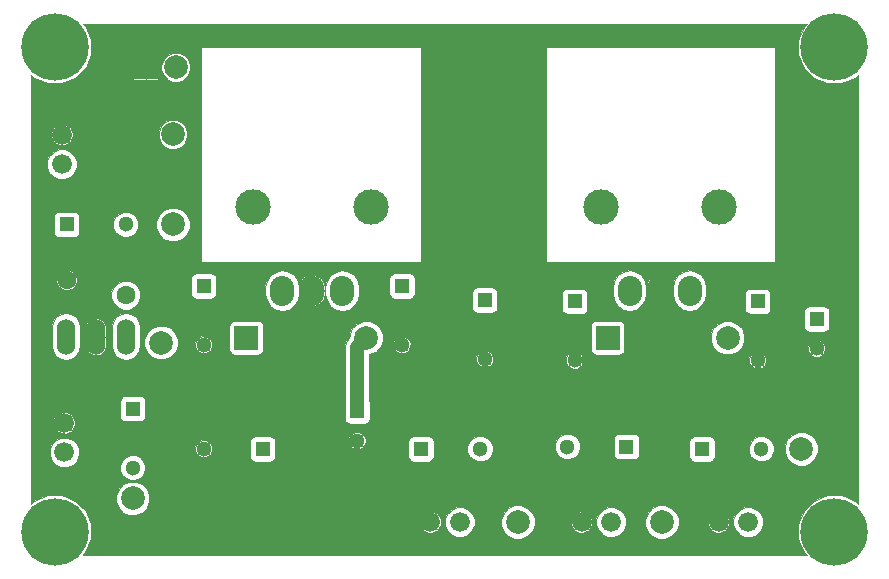
<source format=gbl>
G04 #@! TF.FileFunction,Copper,L2,Bot,Signal*
%FSLAX46Y46*%
G04 Gerber Fmt 4.6, Leading zero omitted, Abs format (unit mm)*
G04 Created by KiCad (PCBNEW 4.0.4-stable) date 09/19/16 20:25:30*
%MOMM*%
%LPD*%
G01*
G04 APERTURE LIST*
%ADD10C,0.100000*%
%ADD11R,1.300000X1.300000*%
%ADD12C,1.300000*%
%ADD13R,2.000000X2.000000*%
%ADD14C,2.000000*%
%ADD15C,1.998980*%
%ADD16R,1.998980X1.998980*%
%ADD17C,1.676400*%
%ADD18O,2.032000X2.540000*%
%ADD19C,1.600000*%
%ADD20C,3.000000*%
%ADD21O,1.524000X3.048000*%
%ADD22C,5.700000*%
%ADD23C,0.600000*%
%ADD24C,1.000000*%
%ADD25C,0.250000*%
%ADD26C,0.500000*%
%ADD27C,1.200000*%
%ADD28C,0.025400*%
G04 APERTURE END LIST*
D10*
D11*
X129400000Y-97400000D03*
D12*
X129400000Y-102400000D03*
D11*
X137000000Y-97500000D03*
D12*
X137000000Y-102500000D03*
D11*
X152500000Y-97500000D03*
D12*
X152500000Y-102500000D03*
D11*
X110600000Y-110000000D03*
D12*
X105600000Y-110000000D03*
D11*
X105600000Y-96200000D03*
D12*
X105600000Y-101200000D03*
D11*
X122400000Y-96200000D03*
D12*
X122400000Y-101200000D03*
D13*
X100700000Y-77700000D03*
D14*
X103240000Y-77700000D03*
D15*
X149960000Y-100597460D03*
D16*
X139800000Y-100597460D03*
D15*
X119360000Y-100597460D03*
D16*
X109200000Y-100597460D03*
D11*
X94000000Y-91000000D03*
D12*
X99000000Y-91000000D03*
D11*
X147800000Y-110000000D03*
D12*
X152800000Y-110000000D03*
D11*
X141400000Y-109800000D03*
D12*
X136400000Y-109800000D03*
D11*
X124000000Y-110000000D03*
D12*
X129000000Y-110000000D03*
D17*
X93600000Y-83400000D03*
X93600000Y-85900000D03*
X149200000Y-116200000D03*
X151700000Y-116200000D03*
X137600000Y-116200000D03*
X140100000Y-116200000D03*
X124800000Y-116200000D03*
X127300000Y-116200000D03*
D18*
X144200000Y-96600000D03*
X146740000Y-96600000D03*
X141660000Y-96600000D03*
X114800000Y-96600000D03*
X117340000Y-96600000D03*
X112260000Y-96600000D03*
D15*
X102000000Y-101000000D03*
X156200000Y-110000000D03*
X144400000Y-116200000D03*
X132200000Y-116200000D03*
D19*
X99000000Y-97000000D03*
X94000000Y-95700000D03*
D12*
X157500000Y-101500000D03*
D11*
X157500000Y-99000000D03*
D12*
X118600000Y-109300000D03*
D11*
X118600000Y-106800000D03*
D20*
X139200000Y-89500000D03*
X149200000Y-89500000D03*
X109800000Y-89500000D03*
X119800000Y-89500000D03*
D11*
X99600000Y-106600000D03*
D12*
X99600000Y-111600000D03*
D17*
X93800000Y-107800000D03*
X93800000Y-110300000D03*
D15*
X99600000Y-114200000D03*
X103000000Y-91000000D03*
X103000000Y-83380000D03*
D21*
X99040000Y-100500000D03*
X96500000Y-100500000D03*
X93960000Y-100500000D03*
D22*
X159000000Y-76000000D03*
X93000000Y-76000000D03*
X93000000Y-117000000D03*
X159000000Y-117000000D03*
D23*
X105000000Y-76250000D03*
X105000000Y-80500000D03*
X105000000Y-84750000D03*
X105000000Y-88750000D03*
X104750000Y-93750000D03*
X103250000Y-94750000D03*
X103500000Y-98250000D03*
D24*
X122500000Y-117500000D03*
X117500000Y-117500000D03*
X112500000Y-117500000D03*
X107500000Y-117500000D03*
X102500000Y-117500000D03*
X99000000Y-117500000D03*
X97000000Y-114000000D03*
D23*
X160000000Y-104000000D03*
X160000000Y-107500000D03*
X160000000Y-111500000D03*
X156500000Y-113000000D03*
X155000000Y-115500000D03*
X155000000Y-118500000D03*
D24*
X147500000Y-100000000D03*
X142500000Y-100000000D03*
X142500000Y-102500000D03*
X135000000Y-100000000D03*
X130000000Y-100000000D03*
X127500000Y-107500000D03*
X125000000Y-105000000D03*
X127500000Y-105000000D03*
X115000000Y-100000000D03*
X100000000Y-80000000D03*
X100000000Y-85000000D03*
X96500000Y-89000000D03*
X96000000Y-94000000D03*
X92500000Y-97500000D03*
X91500000Y-101500000D03*
X91500000Y-106500000D03*
X91500000Y-110000000D03*
X102500000Y-112500000D03*
X107500000Y-112500000D03*
X112500000Y-112500000D03*
X117500000Y-112500000D03*
X125000000Y-95000000D03*
X130000000Y-95000000D03*
X132500000Y-92500000D03*
X132500000Y-87500000D03*
X132500000Y-82500000D03*
X132500000Y-77500000D03*
X130000000Y-77500000D03*
X125000000Y-77500000D03*
X125000000Y-82500000D03*
X125000000Y-87500000D03*
X125000000Y-92500000D03*
X125000000Y-97500000D03*
X152500000Y-107500000D03*
X150000000Y-112500000D03*
X155000000Y-82500000D03*
X155000000Y-85000000D03*
X155000000Y-90000000D03*
X155000000Y-95000000D03*
X157500000Y-95000000D03*
X160000000Y-92500000D03*
X160000000Y-90000000D03*
X160000000Y-85000000D03*
X160000000Y-80000000D03*
X157500000Y-80000000D03*
X155000000Y-77500000D03*
X152500000Y-75000000D03*
X147500000Y-75000000D03*
X142500000Y-75000000D03*
X137500000Y-75000000D03*
X132500000Y-75000000D03*
X127500000Y-75000000D03*
X122500000Y-75000000D03*
X117500000Y-75000000D03*
X112500000Y-75000000D03*
X107500000Y-75000000D03*
X102500000Y-75000000D03*
X97500000Y-75000000D03*
X95000000Y-80000000D03*
X142500000Y-105000000D03*
X137500000Y-105000000D03*
X132500000Y-105000000D03*
X132500000Y-110000000D03*
X134000000Y-114400000D03*
X135000000Y-116500000D03*
D25*
X105000000Y-84750000D02*
X105000000Y-80500000D01*
X105000000Y-93500000D02*
X105000000Y-88750000D01*
X104750000Y-93750000D02*
X105000000Y-93500000D01*
X103250000Y-98000000D02*
X103250000Y-94750000D01*
X103500000Y-98250000D02*
X103250000Y-98000000D01*
D26*
X124800000Y-116200000D02*
X123800000Y-116200000D01*
X123800000Y-116200000D02*
X122500000Y-117500000D01*
X117500000Y-117500000D02*
X112500000Y-117500000D01*
X107500000Y-117500000D02*
X102500000Y-117500000D01*
X99000000Y-117500000D02*
X97000000Y-114000000D01*
X160000000Y-104000000D02*
X160000000Y-107500000D01*
X160000000Y-111500000D02*
X158500000Y-113000000D01*
X158500000Y-113000000D02*
X156500000Y-113000000D01*
X155000000Y-115500000D02*
X155000000Y-118500000D01*
X137000000Y-102500000D02*
X142500000Y-102500000D01*
X142500000Y-100000000D02*
X147500000Y-100000000D01*
X129400000Y-102400000D02*
X129400000Y-100600000D01*
X129400000Y-100600000D02*
X130000000Y-100000000D01*
X129400000Y-102400000D02*
X129400000Y-103100000D01*
X125000000Y-105000000D02*
X127500000Y-107500000D01*
X129400000Y-103100000D02*
X127500000Y-105000000D01*
X100000000Y-85000000D02*
X100000000Y-80000000D01*
X96500000Y-93500000D02*
X96500000Y-89000000D01*
X96000000Y-94000000D02*
X96500000Y-93500000D01*
X92500000Y-97500000D02*
X91500000Y-98500000D01*
X91500000Y-98500000D02*
X91500000Y-101500000D01*
X91500000Y-106500000D02*
X91500000Y-110000000D01*
X118600000Y-109300000D02*
X118600000Y-111400000D01*
X112500000Y-112500000D02*
X107500000Y-112500000D01*
X118600000Y-111400000D02*
X117500000Y-112500000D01*
X122400000Y-101200000D02*
X122400000Y-100100000D01*
X132500000Y-95000000D02*
X130000000Y-95000000D01*
X132500000Y-92500000D02*
X132500000Y-95000000D01*
X132500000Y-82500000D02*
X132500000Y-87500000D01*
X130000000Y-77500000D02*
X132500000Y-77500000D01*
X125000000Y-82500000D02*
X125000000Y-77500000D01*
X125000000Y-92500000D02*
X125000000Y-87500000D01*
X122400000Y-100100000D02*
X125000000Y-97500000D01*
X149200000Y-116200000D02*
X149200000Y-113300000D01*
X152500000Y-107500000D02*
X152500000Y-102500000D01*
X149200000Y-113300000D02*
X150000000Y-112500000D01*
X93600000Y-83400000D02*
X93600000Y-81400000D01*
X155000000Y-90000000D02*
X155000000Y-85000000D01*
X157500000Y-95000000D02*
X155000000Y-95000000D01*
X160000000Y-90000000D02*
X160000000Y-92500000D01*
X160000000Y-80000000D02*
X160000000Y-85000000D01*
X155000000Y-77500000D02*
X157500000Y-80000000D01*
X147500000Y-75000000D02*
X152500000Y-75000000D01*
X137500000Y-75000000D02*
X142500000Y-75000000D01*
X127500000Y-75000000D02*
X132500000Y-75000000D01*
X117500000Y-75000000D02*
X122500000Y-75000000D01*
X107500000Y-75000000D02*
X112500000Y-75000000D01*
X97500000Y-75000000D02*
X102500000Y-75000000D01*
X93600000Y-81400000D02*
X95000000Y-80000000D01*
X137500000Y-105000000D02*
X142500000Y-105000000D01*
X132500000Y-110000000D02*
X132500000Y-105000000D01*
X135000000Y-116500000D02*
X134000000Y-114400000D01*
D27*
X118600000Y-106800000D02*
X118600000Y-101357460D01*
X118600000Y-101357460D02*
X119360000Y-100597460D01*
D28*
G36*
X156405083Y-74262855D02*
X155937833Y-75388119D01*
X155936769Y-76606536D01*
X156402055Y-77732614D01*
X157262855Y-78594917D01*
X158388119Y-79062167D01*
X159606536Y-79063231D01*
X160732614Y-78597945D01*
X160987300Y-78343703D01*
X160987300Y-114655675D01*
X160737145Y-114405083D01*
X159611881Y-113937833D01*
X158393464Y-113936769D01*
X157267386Y-114402055D01*
X156405083Y-115262855D01*
X155937833Y-116388119D01*
X155936769Y-117606536D01*
X156402055Y-118732614D01*
X156656297Y-118987300D01*
X95344325Y-118987300D01*
X95594917Y-118737145D01*
X96062167Y-117611881D01*
X96062834Y-116847781D01*
X124170179Y-116847781D01*
X124269937Y-116951175D01*
X124597748Y-117096841D01*
X124956351Y-117105971D01*
X125291149Y-116977175D01*
X125330063Y-116951175D01*
X125429821Y-116847781D01*
X124800000Y-116217961D01*
X124170179Y-116847781D01*
X96062834Y-116847781D01*
X96063231Y-116393464D01*
X96047897Y-116356351D01*
X123894029Y-116356351D01*
X124022825Y-116691149D01*
X124048825Y-116730063D01*
X124152219Y-116829821D01*
X124782039Y-116200000D01*
X124817961Y-116200000D01*
X125447781Y-116829821D01*
X125551175Y-116730063D01*
X125676633Y-116447728D01*
X126048883Y-116447728D01*
X126238920Y-116907652D01*
X126590497Y-117259843D01*
X127050089Y-117450683D01*
X127547728Y-117451117D01*
X128007652Y-117261080D01*
X128359843Y-116909503D01*
X128538326Y-116479669D01*
X130787566Y-116479669D01*
X131002106Y-116998896D01*
X131399014Y-117396498D01*
X131917866Y-117611944D01*
X132479669Y-117612434D01*
X132998896Y-117397894D01*
X133396498Y-117000986D01*
X133460114Y-116847781D01*
X136970179Y-116847781D01*
X137069937Y-116951175D01*
X137397748Y-117096841D01*
X137756351Y-117105971D01*
X138091149Y-116977175D01*
X138130063Y-116951175D01*
X138229821Y-116847781D01*
X137600000Y-116217961D01*
X136970179Y-116847781D01*
X133460114Y-116847781D01*
X133611944Y-116482134D01*
X133612053Y-116356351D01*
X136694029Y-116356351D01*
X136822825Y-116691149D01*
X136848825Y-116730063D01*
X136952219Y-116829821D01*
X137582039Y-116200000D01*
X137617961Y-116200000D01*
X138247781Y-116829821D01*
X138351175Y-116730063D01*
X138476633Y-116447728D01*
X138848883Y-116447728D01*
X139038920Y-116907652D01*
X139390497Y-117259843D01*
X139850089Y-117450683D01*
X140347728Y-117451117D01*
X140807652Y-117261080D01*
X141159843Y-116909503D01*
X141338326Y-116479669D01*
X142987566Y-116479669D01*
X143202106Y-116998896D01*
X143599014Y-117396498D01*
X144117866Y-117611944D01*
X144679669Y-117612434D01*
X145198896Y-117397894D01*
X145596498Y-117000986D01*
X145660114Y-116847781D01*
X148570179Y-116847781D01*
X148669937Y-116951175D01*
X148997748Y-117096841D01*
X149356351Y-117105971D01*
X149691149Y-116977175D01*
X149730063Y-116951175D01*
X149829821Y-116847781D01*
X149200000Y-116217961D01*
X148570179Y-116847781D01*
X145660114Y-116847781D01*
X145811944Y-116482134D01*
X145812053Y-116356351D01*
X148294029Y-116356351D01*
X148422825Y-116691149D01*
X148448825Y-116730063D01*
X148552219Y-116829821D01*
X149182039Y-116200000D01*
X149217961Y-116200000D01*
X149847781Y-116829821D01*
X149951175Y-116730063D01*
X150076633Y-116447728D01*
X150448883Y-116447728D01*
X150638920Y-116907652D01*
X150990497Y-117259843D01*
X151450089Y-117450683D01*
X151947728Y-117451117D01*
X152407652Y-117261080D01*
X152759843Y-116909503D01*
X152950683Y-116449911D01*
X152951117Y-115952272D01*
X152761080Y-115492348D01*
X152409503Y-115140157D01*
X151949911Y-114949317D01*
X151452272Y-114948883D01*
X150992348Y-115138920D01*
X150640157Y-115490497D01*
X150449317Y-115950089D01*
X150448883Y-116447728D01*
X150076633Y-116447728D01*
X150096841Y-116402252D01*
X150105971Y-116043649D01*
X149977175Y-115708851D01*
X149951175Y-115669937D01*
X149847781Y-115570179D01*
X149217961Y-116200000D01*
X149182039Y-116200000D01*
X148552219Y-115570179D01*
X148448825Y-115669937D01*
X148303159Y-115997748D01*
X148294029Y-116356351D01*
X145812053Y-116356351D01*
X145812434Y-115920331D01*
X145660334Y-115552219D01*
X148570179Y-115552219D01*
X149200000Y-116182039D01*
X149829821Y-115552219D01*
X149730063Y-115448825D01*
X149402252Y-115303159D01*
X149043649Y-115294029D01*
X148708851Y-115422825D01*
X148669937Y-115448825D01*
X148570179Y-115552219D01*
X145660334Y-115552219D01*
X145597894Y-115401104D01*
X145200986Y-115003502D01*
X144682134Y-114788056D01*
X144120331Y-114787566D01*
X143601104Y-115002106D01*
X143203502Y-115399014D01*
X142988056Y-115917866D01*
X142987566Y-116479669D01*
X141338326Y-116479669D01*
X141350683Y-116449911D01*
X141351117Y-115952272D01*
X141161080Y-115492348D01*
X140809503Y-115140157D01*
X140349911Y-114949317D01*
X139852272Y-114948883D01*
X139392348Y-115138920D01*
X139040157Y-115490497D01*
X138849317Y-115950089D01*
X138848883Y-116447728D01*
X138476633Y-116447728D01*
X138496841Y-116402252D01*
X138505971Y-116043649D01*
X138377175Y-115708851D01*
X138351175Y-115669937D01*
X138247781Y-115570179D01*
X137617961Y-116200000D01*
X137582039Y-116200000D01*
X136952219Y-115570179D01*
X136848825Y-115669937D01*
X136703159Y-115997748D01*
X136694029Y-116356351D01*
X133612053Y-116356351D01*
X133612434Y-115920331D01*
X133460334Y-115552219D01*
X136970179Y-115552219D01*
X137600000Y-116182039D01*
X138229821Y-115552219D01*
X138130063Y-115448825D01*
X137802252Y-115303159D01*
X137443649Y-115294029D01*
X137108851Y-115422825D01*
X137069937Y-115448825D01*
X136970179Y-115552219D01*
X133460334Y-115552219D01*
X133397894Y-115401104D01*
X133000986Y-115003502D01*
X132482134Y-114788056D01*
X131920331Y-114787566D01*
X131401104Y-115002106D01*
X131003502Y-115399014D01*
X130788056Y-115917866D01*
X130787566Y-116479669D01*
X128538326Y-116479669D01*
X128550683Y-116449911D01*
X128551117Y-115952272D01*
X128361080Y-115492348D01*
X128009503Y-115140157D01*
X127549911Y-114949317D01*
X127052272Y-114948883D01*
X126592348Y-115138920D01*
X126240157Y-115490497D01*
X126049317Y-115950089D01*
X126048883Y-116447728D01*
X125676633Y-116447728D01*
X125696841Y-116402252D01*
X125705971Y-116043649D01*
X125577175Y-115708851D01*
X125551175Y-115669937D01*
X125447781Y-115570179D01*
X124817961Y-116200000D01*
X124782039Y-116200000D01*
X124152219Y-115570179D01*
X124048825Y-115669937D01*
X123903159Y-115997748D01*
X123894029Y-116356351D01*
X96047897Y-116356351D01*
X95597945Y-115267386D01*
X94811601Y-114479669D01*
X98187566Y-114479669D01*
X98402106Y-114998896D01*
X98799014Y-115396498D01*
X99317866Y-115611944D01*
X99879669Y-115612434D01*
X100025400Y-115552219D01*
X124170179Y-115552219D01*
X124800000Y-116182039D01*
X125429821Y-115552219D01*
X125330063Y-115448825D01*
X125002252Y-115303159D01*
X124643649Y-115294029D01*
X124308851Y-115422825D01*
X124269937Y-115448825D01*
X124170179Y-115552219D01*
X100025400Y-115552219D01*
X100398896Y-115397894D01*
X100796498Y-115000986D01*
X101011944Y-114482134D01*
X101012434Y-113920331D01*
X100797894Y-113401104D01*
X100400986Y-113003502D01*
X99882134Y-112788056D01*
X99320331Y-112787566D01*
X98801104Y-113002106D01*
X98403502Y-113399014D01*
X98188056Y-113917866D01*
X98187566Y-114479669D01*
X94811601Y-114479669D01*
X94737145Y-114405083D01*
X93611881Y-113937833D01*
X92393464Y-113936769D01*
X91267386Y-114402055D01*
X91012700Y-114656297D01*
X91012700Y-111810457D01*
X98537115Y-111810457D01*
X98698561Y-112201185D01*
X98997243Y-112500388D01*
X99387688Y-112662516D01*
X99810457Y-112662885D01*
X100201185Y-112501439D01*
X100500388Y-112202757D01*
X100662516Y-111812312D01*
X100662885Y-111389543D01*
X100501439Y-110998815D01*
X100202757Y-110699612D01*
X99812312Y-110537484D01*
X99389543Y-110537115D01*
X98998815Y-110698561D01*
X98699612Y-110997243D01*
X98537484Y-111387688D01*
X98537115Y-111810457D01*
X91012700Y-111810457D01*
X91012700Y-110547728D01*
X92548883Y-110547728D01*
X92738920Y-111007652D01*
X93090497Y-111359843D01*
X93550089Y-111550683D01*
X94047728Y-111551117D01*
X94507652Y-111361080D01*
X94859843Y-111009503D01*
X95050683Y-110549911D01*
X95050715Y-110512080D01*
X105105881Y-110512080D01*
X105182739Y-110595917D01*
X105442549Y-110710234D01*
X105726330Y-110716424D01*
X105990877Y-110613545D01*
X106017261Y-110595917D01*
X106094119Y-110512080D01*
X105600000Y-110017961D01*
X105105881Y-110512080D01*
X95050715Y-110512080D01*
X95051052Y-110126330D01*
X104883576Y-110126330D01*
X104986455Y-110390877D01*
X105004083Y-110417261D01*
X105087920Y-110494119D01*
X105582039Y-110000000D01*
X105617961Y-110000000D01*
X106112080Y-110494119D01*
X106195917Y-110417261D01*
X106310234Y-110157451D01*
X106316424Y-109873670D01*
X106213545Y-109609123D01*
X106195917Y-109582739D01*
X106112080Y-109505881D01*
X105617961Y-110000000D01*
X105582039Y-110000000D01*
X105087920Y-109505881D01*
X105004083Y-109582739D01*
X104889766Y-109842549D01*
X104883576Y-110126330D01*
X95051052Y-110126330D01*
X95051117Y-110052272D01*
X94861080Y-109592348D01*
X94756835Y-109487920D01*
X105105881Y-109487920D01*
X105600000Y-109982039D01*
X106094119Y-109487920D01*
X106017261Y-109404083D01*
X105894346Y-109350000D01*
X109529215Y-109350000D01*
X109529215Y-110650000D01*
X109557992Y-110802937D01*
X109648378Y-110943401D01*
X109786291Y-111037633D01*
X109950000Y-111070785D01*
X111250000Y-111070785D01*
X111402937Y-111042008D01*
X111543401Y-110951622D01*
X111637633Y-110813709D01*
X111670785Y-110650000D01*
X111670785Y-109812080D01*
X118105881Y-109812080D01*
X118182739Y-109895917D01*
X118442549Y-110010234D01*
X118726330Y-110016424D01*
X118990877Y-109913545D01*
X119017261Y-109895917D01*
X119094119Y-109812080D01*
X118600000Y-109317961D01*
X118105881Y-109812080D01*
X111670785Y-109812080D01*
X111670785Y-109426330D01*
X117883576Y-109426330D01*
X117986455Y-109690877D01*
X118004083Y-109717261D01*
X118087920Y-109794119D01*
X118582039Y-109300000D01*
X118617961Y-109300000D01*
X119112080Y-109794119D01*
X119195917Y-109717261D01*
X119310234Y-109457451D01*
X119312577Y-109350000D01*
X122929215Y-109350000D01*
X122929215Y-110650000D01*
X122957992Y-110802937D01*
X123048378Y-110943401D01*
X123186291Y-111037633D01*
X123350000Y-111070785D01*
X124650000Y-111070785D01*
X124802937Y-111042008D01*
X124943401Y-110951622D01*
X125037633Y-110813709D01*
X125070785Y-110650000D01*
X125070785Y-110210457D01*
X127937115Y-110210457D01*
X128098561Y-110601185D01*
X128397243Y-110900388D01*
X128787688Y-111062516D01*
X129210457Y-111062885D01*
X129601185Y-110901439D01*
X129900388Y-110602757D01*
X130062516Y-110212312D01*
X130062692Y-110010457D01*
X135337115Y-110010457D01*
X135498561Y-110401185D01*
X135797243Y-110700388D01*
X136187688Y-110862516D01*
X136610457Y-110862885D01*
X137001185Y-110701439D01*
X137300388Y-110402757D01*
X137462516Y-110012312D01*
X137462885Y-109589543D01*
X137301439Y-109198815D01*
X137252710Y-109150000D01*
X140329215Y-109150000D01*
X140329215Y-110450000D01*
X140357992Y-110602937D01*
X140448378Y-110743401D01*
X140586291Y-110837633D01*
X140750000Y-110870785D01*
X142050000Y-110870785D01*
X142202937Y-110842008D01*
X142343401Y-110751622D01*
X142437633Y-110613709D01*
X142470785Y-110450000D01*
X142470785Y-109350000D01*
X146729215Y-109350000D01*
X146729215Y-110650000D01*
X146757992Y-110802937D01*
X146848378Y-110943401D01*
X146986291Y-111037633D01*
X147150000Y-111070785D01*
X148450000Y-111070785D01*
X148602937Y-111042008D01*
X148743401Y-110951622D01*
X148837633Y-110813709D01*
X148870785Y-110650000D01*
X148870785Y-110210457D01*
X151737115Y-110210457D01*
X151898561Y-110601185D01*
X152197243Y-110900388D01*
X152587688Y-111062516D01*
X153010457Y-111062885D01*
X153401185Y-110901439D01*
X153700388Y-110602757D01*
X153834546Y-110279669D01*
X154787566Y-110279669D01*
X155002106Y-110798896D01*
X155399014Y-111196498D01*
X155917866Y-111411944D01*
X156479669Y-111412434D01*
X156998896Y-111197894D01*
X157396498Y-110800986D01*
X157611944Y-110282134D01*
X157612434Y-109720331D01*
X157397894Y-109201104D01*
X157000986Y-108803502D01*
X156482134Y-108588056D01*
X155920331Y-108587566D01*
X155401104Y-108802106D01*
X155003502Y-109199014D01*
X154788056Y-109717866D01*
X154787566Y-110279669D01*
X153834546Y-110279669D01*
X153862516Y-110212312D01*
X153862885Y-109789543D01*
X153701439Y-109398815D01*
X153402757Y-109099612D01*
X153012312Y-108937484D01*
X152589543Y-108937115D01*
X152198815Y-109098561D01*
X151899612Y-109397243D01*
X151737484Y-109787688D01*
X151737115Y-110210457D01*
X148870785Y-110210457D01*
X148870785Y-109350000D01*
X148842008Y-109197063D01*
X148751622Y-109056599D01*
X148613709Y-108962367D01*
X148450000Y-108929215D01*
X147150000Y-108929215D01*
X146997063Y-108957992D01*
X146856599Y-109048378D01*
X146762367Y-109186291D01*
X146729215Y-109350000D01*
X142470785Y-109350000D01*
X142470785Y-109150000D01*
X142442008Y-108997063D01*
X142351622Y-108856599D01*
X142213709Y-108762367D01*
X142050000Y-108729215D01*
X140750000Y-108729215D01*
X140597063Y-108757992D01*
X140456599Y-108848378D01*
X140362367Y-108986291D01*
X140329215Y-109150000D01*
X137252710Y-109150000D01*
X137002757Y-108899612D01*
X136612312Y-108737484D01*
X136189543Y-108737115D01*
X135798815Y-108898561D01*
X135499612Y-109197243D01*
X135337484Y-109587688D01*
X135337115Y-110010457D01*
X130062692Y-110010457D01*
X130062885Y-109789543D01*
X129901439Y-109398815D01*
X129602757Y-109099612D01*
X129212312Y-108937484D01*
X128789543Y-108937115D01*
X128398815Y-109098561D01*
X128099612Y-109397243D01*
X127937484Y-109787688D01*
X127937115Y-110210457D01*
X125070785Y-110210457D01*
X125070785Y-109350000D01*
X125042008Y-109197063D01*
X124951622Y-109056599D01*
X124813709Y-108962367D01*
X124650000Y-108929215D01*
X123350000Y-108929215D01*
X123197063Y-108957992D01*
X123056599Y-109048378D01*
X122962367Y-109186291D01*
X122929215Y-109350000D01*
X119312577Y-109350000D01*
X119316424Y-109173670D01*
X119213545Y-108909123D01*
X119195917Y-108882739D01*
X119112080Y-108805881D01*
X118617961Y-109300000D01*
X118582039Y-109300000D01*
X118087920Y-108805881D01*
X118004083Y-108882739D01*
X117889766Y-109142549D01*
X117883576Y-109426330D01*
X111670785Y-109426330D01*
X111670785Y-109350000D01*
X111642008Y-109197063D01*
X111551622Y-109056599D01*
X111413709Y-108962367D01*
X111250000Y-108929215D01*
X109950000Y-108929215D01*
X109797063Y-108957992D01*
X109656599Y-109048378D01*
X109562367Y-109186291D01*
X109529215Y-109350000D01*
X105894346Y-109350000D01*
X105757451Y-109289766D01*
X105473670Y-109283576D01*
X105209123Y-109386455D01*
X105182739Y-109404083D01*
X105105881Y-109487920D01*
X94756835Y-109487920D01*
X94509503Y-109240157D01*
X94049911Y-109049317D01*
X93552272Y-109048883D01*
X93092348Y-109238920D01*
X92740157Y-109590497D01*
X92549317Y-110050089D01*
X92548883Y-110547728D01*
X91012700Y-110547728D01*
X91012700Y-108787920D01*
X118105881Y-108787920D01*
X118600000Y-109282039D01*
X119094119Y-108787920D01*
X119017261Y-108704083D01*
X118757451Y-108589766D01*
X118473670Y-108583576D01*
X118209123Y-108686455D01*
X118182739Y-108704083D01*
X118105881Y-108787920D01*
X91012700Y-108787920D01*
X91012700Y-108447781D01*
X93170179Y-108447781D01*
X93269937Y-108551175D01*
X93597748Y-108696841D01*
X93956351Y-108705971D01*
X94291149Y-108577175D01*
X94330063Y-108551175D01*
X94429821Y-108447781D01*
X93800000Y-107817961D01*
X93170179Y-108447781D01*
X91012700Y-108447781D01*
X91012700Y-107956351D01*
X92894029Y-107956351D01*
X93022825Y-108291149D01*
X93048825Y-108330063D01*
X93152219Y-108429821D01*
X93782039Y-107800000D01*
X93817961Y-107800000D01*
X94447781Y-108429821D01*
X94551175Y-108330063D01*
X94696841Y-108002252D01*
X94705971Y-107643649D01*
X94577175Y-107308851D01*
X94551175Y-107269937D01*
X94447781Y-107170179D01*
X93817961Y-107800000D01*
X93782039Y-107800000D01*
X93152219Y-107170179D01*
X93048825Y-107269937D01*
X92903159Y-107597748D01*
X92894029Y-107956351D01*
X91012700Y-107956351D01*
X91012700Y-107152219D01*
X93170179Y-107152219D01*
X93800000Y-107782039D01*
X94429821Y-107152219D01*
X94330063Y-107048825D01*
X94002252Y-106903159D01*
X93643649Y-106894029D01*
X93308851Y-107022825D01*
X93269937Y-107048825D01*
X93170179Y-107152219D01*
X91012700Y-107152219D01*
X91012700Y-105950000D01*
X98529215Y-105950000D01*
X98529215Y-107250000D01*
X98557992Y-107402937D01*
X98648378Y-107543401D01*
X98786291Y-107637633D01*
X98950000Y-107670785D01*
X100250000Y-107670785D01*
X100402937Y-107642008D01*
X100543401Y-107551622D01*
X100637633Y-107413709D01*
X100670785Y-107250000D01*
X100670785Y-106150000D01*
X117529215Y-106150000D01*
X117529215Y-107450000D01*
X117557992Y-107602937D01*
X117648378Y-107743401D01*
X117786291Y-107837633D01*
X117950000Y-107870785D01*
X119250000Y-107870785D01*
X119402937Y-107842008D01*
X119543401Y-107751622D01*
X119637633Y-107613709D01*
X119670785Y-107450000D01*
X119670785Y-106150000D01*
X119642008Y-105997063D01*
X119612700Y-105951517D01*
X119612700Y-102912080D01*
X128905881Y-102912080D01*
X128982739Y-102995917D01*
X129242549Y-103110234D01*
X129526330Y-103116424D01*
X129790877Y-103013545D01*
X129793069Y-103012080D01*
X136505881Y-103012080D01*
X136582739Y-103095917D01*
X136842549Y-103210234D01*
X137126330Y-103216424D01*
X137390877Y-103113545D01*
X137417261Y-103095917D01*
X137494119Y-103012080D01*
X152005881Y-103012080D01*
X152082739Y-103095917D01*
X152342549Y-103210234D01*
X152626330Y-103216424D01*
X152890877Y-103113545D01*
X152917261Y-103095917D01*
X152994119Y-103012080D01*
X152500000Y-102517961D01*
X152005881Y-103012080D01*
X137494119Y-103012080D01*
X137000000Y-102517961D01*
X136505881Y-103012080D01*
X129793069Y-103012080D01*
X129817261Y-102995917D01*
X129894119Y-102912080D01*
X129400000Y-102417961D01*
X128905881Y-102912080D01*
X119612700Y-102912080D01*
X119612700Y-102526330D01*
X128683576Y-102526330D01*
X128786455Y-102790877D01*
X128804083Y-102817261D01*
X128887920Y-102894119D01*
X129382039Y-102400000D01*
X129417961Y-102400000D01*
X129912080Y-102894119D01*
X129995917Y-102817261D01*
X130079927Y-102626330D01*
X136283576Y-102626330D01*
X136386455Y-102890877D01*
X136404083Y-102917261D01*
X136487920Y-102994119D01*
X136982039Y-102500000D01*
X137017961Y-102500000D01*
X137512080Y-102994119D01*
X137595917Y-102917261D01*
X137710234Y-102657451D01*
X137710912Y-102626330D01*
X151783576Y-102626330D01*
X151886455Y-102890877D01*
X151904083Y-102917261D01*
X151987920Y-102994119D01*
X152482039Y-102500000D01*
X152517961Y-102500000D01*
X153012080Y-102994119D01*
X153095917Y-102917261D01*
X153210234Y-102657451D01*
X153216424Y-102373670D01*
X153113545Y-102109123D01*
X153095917Y-102082739D01*
X153018842Y-102012080D01*
X157005881Y-102012080D01*
X157082739Y-102095917D01*
X157342549Y-102210234D01*
X157626330Y-102216424D01*
X157890877Y-102113545D01*
X157917261Y-102095917D01*
X157994119Y-102012080D01*
X157500000Y-101517961D01*
X157005881Y-102012080D01*
X153018842Y-102012080D01*
X153012080Y-102005881D01*
X152517961Y-102500000D01*
X152482039Y-102500000D01*
X151987920Y-102005881D01*
X151904083Y-102082739D01*
X151789766Y-102342549D01*
X151783576Y-102626330D01*
X137710912Y-102626330D01*
X137716424Y-102373670D01*
X137613545Y-102109123D01*
X137595917Y-102082739D01*
X137512080Y-102005881D01*
X137017961Y-102500000D01*
X136982039Y-102500000D01*
X136487920Y-102005881D01*
X136404083Y-102082739D01*
X136289766Y-102342549D01*
X136283576Y-102626330D01*
X130079927Y-102626330D01*
X130110234Y-102557451D01*
X130116424Y-102273670D01*
X130013545Y-102009123D01*
X129999379Y-101987920D01*
X136505881Y-101987920D01*
X137000000Y-102482039D01*
X137494119Y-101987920D01*
X137417261Y-101904083D01*
X137157451Y-101789766D01*
X136873670Y-101783576D01*
X136609123Y-101886455D01*
X136582739Y-101904083D01*
X136505881Y-101987920D01*
X129999379Y-101987920D01*
X129995917Y-101982739D01*
X129912080Y-101905881D01*
X129417961Y-102400000D01*
X129382039Y-102400000D01*
X128887920Y-101905881D01*
X128804083Y-101982739D01*
X128689766Y-102242549D01*
X128683576Y-102526330D01*
X119612700Y-102526330D01*
X119612700Y-102009870D01*
X119639669Y-102009894D01*
X120158896Y-101795354D01*
X120242315Y-101712080D01*
X121905881Y-101712080D01*
X121982739Y-101795917D01*
X122242549Y-101910234D01*
X122526330Y-101916424D01*
X122599626Y-101887920D01*
X128905881Y-101887920D01*
X129400000Y-102382039D01*
X129894119Y-101887920D01*
X129817261Y-101804083D01*
X129557451Y-101689766D01*
X129273670Y-101683576D01*
X129009123Y-101786455D01*
X128982739Y-101804083D01*
X128905881Y-101887920D01*
X122599626Y-101887920D01*
X122790877Y-101813545D01*
X122817261Y-101795917D01*
X122894119Y-101712080D01*
X122400000Y-101217961D01*
X121905881Y-101712080D01*
X120242315Y-101712080D01*
X120556498Y-101398446D01*
X120586443Y-101326330D01*
X121683576Y-101326330D01*
X121786455Y-101590877D01*
X121804083Y-101617261D01*
X121887920Y-101694119D01*
X122382039Y-101200000D01*
X122417961Y-101200000D01*
X122912080Y-101694119D01*
X122995917Y-101617261D01*
X123110234Y-101357451D01*
X123116424Y-101073670D01*
X123013545Y-100809123D01*
X122995917Y-100782739D01*
X122912080Y-100705881D01*
X122417961Y-101200000D01*
X122382039Y-101200000D01*
X121887920Y-100705881D01*
X121804083Y-100782739D01*
X121689766Y-101042549D01*
X121683576Y-101326330D01*
X120586443Y-101326330D01*
X120771944Y-100879594D01*
X120772111Y-100687920D01*
X121905881Y-100687920D01*
X122400000Y-101182039D01*
X122894119Y-100687920D01*
X122817261Y-100604083D01*
X122557451Y-100489766D01*
X122273670Y-100483576D01*
X122009123Y-100586455D01*
X121982739Y-100604083D01*
X121905881Y-100687920D01*
X120772111Y-100687920D01*
X120772434Y-100317791D01*
X120557894Y-99798564D01*
X120357651Y-99597970D01*
X138379725Y-99597970D01*
X138379725Y-101596950D01*
X138408502Y-101749887D01*
X138498888Y-101890351D01*
X138636801Y-101984583D01*
X138800510Y-102017735D01*
X140799490Y-102017735D01*
X140952427Y-101988958D01*
X141092891Y-101898572D01*
X141187123Y-101760659D01*
X141220275Y-101596950D01*
X141220275Y-100877129D01*
X148547566Y-100877129D01*
X148762106Y-101396356D01*
X149159014Y-101793958D01*
X149677866Y-102009404D01*
X150239669Y-102009894D01*
X150292850Y-101987920D01*
X152005881Y-101987920D01*
X152500000Y-102482039D01*
X152994119Y-101987920D01*
X152917261Y-101904083D01*
X152657451Y-101789766D01*
X152373670Y-101783576D01*
X152109123Y-101886455D01*
X152082739Y-101904083D01*
X152005881Y-101987920D01*
X150292850Y-101987920D01*
X150758896Y-101795354D01*
X150928215Y-101626330D01*
X156783576Y-101626330D01*
X156886455Y-101890877D01*
X156904083Y-101917261D01*
X156987920Y-101994119D01*
X157482039Y-101500000D01*
X157517961Y-101500000D01*
X158012080Y-101994119D01*
X158095917Y-101917261D01*
X158210234Y-101657451D01*
X158216424Y-101373670D01*
X158113545Y-101109123D01*
X158095917Y-101082739D01*
X158012080Y-101005881D01*
X157517961Y-101500000D01*
X157482039Y-101500000D01*
X156987920Y-101005881D01*
X156904083Y-101082739D01*
X156789766Y-101342549D01*
X156783576Y-101626330D01*
X150928215Y-101626330D01*
X151156498Y-101398446D01*
X151326963Y-100987920D01*
X157005881Y-100987920D01*
X157500000Y-101482039D01*
X157994119Y-100987920D01*
X157917261Y-100904083D01*
X157657451Y-100789766D01*
X157373670Y-100783576D01*
X157109123Y-100886455D01*
X157082739Y-100904083D01*
X157005881Y-100987920D01*
X151326963Y-100987920D01*
X151371944Y-100879594D01*
X151372434Y-100317791D01*
X151157894Y-99798564D01*
X150760986Y-99400962D01*
X150242134Y-99185516D01*
X149680331Y-99185026D01*
X149161104Y-99399566D01*
X148763502Y-99796474D01*
X148548056Y-100315326D01*
X148547566Y-100877129D01*
X141220275Y-100877129D01*
X141220275Y-99597970D01*
X141191498Y-99445033D01*
X141101112Y-99304569D01*
X140963199Y-99210337D01*
X140799490Y-99177185D01*
X138800510Y-99177185D01*
X138647573Y-99205962D01*
X138507109Y-99296348D01*
X138412877Y-99434261D01*
X138379725Y-99597970D01*
X120357651Y-99597970D01*
X120160986Y-99400962D01*
X119642134Y-99185516D01*
X119080331Y-99185026D01*
X118561104Y-99399566D01*
X118163502Y-99796474D01*
X117948056Y-100315326D01*
X117947827Y-100577459D01*
X117883913Y-100641373D01*
X117664387Y-100969916D01*
X117587300Y-101357460D01*
X117587300Y-105949800D01*
X117562367Y-105986291D01*
X117529215Y-106150000D01*
X100670785Y-106150000D01*
X100670785Y-105950000D01*
X100642008Y-105797063D01*
X100551622Y-105656599D01*
X100413709Y-105562367D01*
X100250000Y-105529215D01*
X98950000Y-105529215D01*
X98797063Y-105557992D01*
X98656599Y-105648378D01*
X98562367Y-105786291D01*
X98529215Y-105950000D01*
X91012700Y-105950000D01*
X91012700Y-99700058D01*
X92785300Y-99700058D01*
X92785300Y-101299942D01*
X92874719Y-101749480D01*
X93129362Y-102130580D01*
X93510462Y-102385223D01*
X93960000Y-102474642D01*
X94409538Y-102385223D01*
X94790638Y-102130580D01*
X95045281Y-101749480D01*
X95134700Y-101299942D01*
X95134700Y-100512700D01*
X95674500Y-100512700D01*
X95674500Y-101274700D01*
X95742198Y-101589638D01*
X95925264Y-101854696D01*
X96195828Y-102029522D01*
X96358335Y-102075253D01*
X96487300Y-102071525D01*
X96487300Y-100512700D01*
X96512700Y-100512700D01*
X96512700Y-102071525D01*
X96641665Y-102075253D01*
X96804172Y-102029522D01*
X97074736Y-101854696D01*
X97257802Y-101589638D01*
X97325500Y-101274700D01*
X97325500Y-100512700D01*
X96512700Y-100512700D01*
X96487300Y-100512700D01*
X95674500Y-100512700D01*
X95134700Y-100512700D01*
X95134700Y-99725300D01*
X95674500Y-99725300D01*
X95674500Y-100487300D01*
X96487300Y-100487300D01*
X96487300Y-98928475D01*
X96512700Y-98928475D01*
X96512700Y-100487300D01*
X97325500Y-100487300D01*
X97325500Y-99725300D01*
X97320075Y-99700058D01*
X97865300Y-99700058D01*
X97865300Y-101299942D01*
X97954719Y-101749480D01*
X98209362Y-102130580D01*
X98590462Y-102385223D01*
X99040000Y-102474642D01*
X99489538Y-102385223D01*
X99870638Y-102130580D01*
X100125281Y-101749480D01*
X100214700Y-101299942D01*
X100214700Y-101279669D01*
X100587566Y-101279669D01*
X100802106Y-101798896D01*
X101199014Y-102196498D01*
X101717866Y-102411944D01*
X102279669Y-102412434D01*
X102798896Y-102197894D01*
X103196498Y-101800986D01*
X103233414Y-101712080D01*
X105105881Y-101712080D01*
X105182739Y-101795917D01*
X105442549Y-101910234D01*
X105726330Y-101916424D01*
X105990877Y-101813545D01*
X106017261Y-101795917D01*
X106094119Y-101712080D01*
X105600000Y-101217961D01*
X105105881Y-101712080D01*
X103233414Y-101712080D01*
X103393592Y-101326330D01*
X104883576Y-101326330D01*
X104986455Y-101590877D01*
X105004083Y-101617261D01*
X105087920Y-101694119D01*
X105582039Y-101200000D01*
X105617961Y-101200000D01*
X106112080Y-101694119D01*
X106195917Y-101617261D01*
X106310234Y-101357451D01*
X106316424Y-101073670D01*
X106213545Y-100809123D01*
X106195917Y-100782739D01*
X106112080Y-100705881D01*
X105617961Y-101200000D01*
X105582039Y-101200000D01*
X105087920Y-100705881D01*
X105004083Y-100782739D01*
X104889766Y-101042549D01*
X104883576Y-101326330D01*
X103393592Y-101326330D01*
X103411944Y-101282134D01*
X103412434Y-100720331D01*
X103399043Y-100687920D01*
X105105881Y-100687920D01*
X105600000Y-101182039D01*
X106094119Y-100687920D01*
X106017261Y-100604083D01*
X105757451Y-100489766D01*
X105473670Y-100483576D01*
X105209123Y-100586455D01*
X105182739Y-100604083D01*
X105105881Y-100687920D01*
X103399043Y-100687920D01*
X103197894Y-100201104D01*
X102800986Y-99803502D01*
X102306010Y-99597970D01*
X107779725Y-99597970D01*
X107779725Y-101596950D01*
X107808502Y-101749887D01*
X107898888Y-101890351D01*
X108036801Y-101984583D01*
X108200510Y-102017735D01*
X110199490Y-102017735D01*
X110352427Y-101988958D01*
X110492891Y-101898572D01*
X110587123Y-101760659D01*
X110620275Y-101596950D01*
X110620275Y-99597970D01*
X110591498Y-99445033D01*
X110501112Y-99304569D01*
X110363199Y-99210337D01*
X110199490Y-99177185D01*
X108200510Y-99177185D01*
X108047573Y-99205962D01*
X107907109Y-99296348D01*
X107812877Y-99434261D01*
X107779725Y-99597970D01*
X102306010Y-99597970D01*
X102282134Y-99588056D01*
X101720331Y-99587566D01*
X101201104Y-99802106D01*
X100803502Y-100199014D01*
X100588056Y-100717866D01*
X100587566Y-101279669D01*
X100214700Y-101279669D01*
X100214700Y-99700058D01*
X100125281Y-99250520D01*
X99870638Y-98869420D01*
X99489538Y-98614777D01*
X99040000Y-98525358D01*
X98590462Y-98614777D01*
X98209362Y-98869420D01*
X97954719Y-99250520D01*
X97865300Y-99700058D01*
X97320075Y-99700058D01*
X97257802Y-99410362D01*
X97074736Y-99145304D01*
X96804172Y-98970478D01*
X96641665Y-98924747D01*
X96512700Y-98928475D01*
X96487300Y-98928475D01*
X96358335Y-98924747D01*
X96195828Y-98970478D01*
X95925264Y-99145304D01*
X95742198Y-99410362D01*
X95674500Y-99725300D01*
X95134700Y-99725300D01*
X95134700Y-99700058D01*
X95045281Y-99250520D01*
X94790638Y-98869420D01*
X94409538Y-98614777D01*
X93960000Y-98525358D01*
X93510462Y-98614777D01*
X93129362Y-98869420D01*
X92874719Y-99250520D01*
X92785300Y-99700058D01*
X91012700Y-99700058D01*
X91012700Y-97240163D01*
X97787090Y-97240163D01*
X97971324Y-97686042D01*
X98312164Y-98027477D01*
X98757721Y-98212489D01*
X99240163Y-98212910D01*
X99686042Y-98028676D01*
X100027477Y-97687836D01*
X100212489Y-97242279D01*
X100212910Y-96759837D01*
X100028676Y-96313958D01*
X99687836Y-95972523D01*
X99242279Y-95787511D01*
X98759837Y-95787090D01*
X98313958Y-95971324D01*
X97972523Y-96312164D01*
X97787511Y-96757721D01*
X97787090Y-97240163D01*
X91012700Y-97240163D01*
X91012700Y-96320238D01*
X93397723Y-96320238D01*
X93492833Y-96419663D01*
X93806841Y-96558966D01*
X94150257Y-96567501D01*
X94470797Y-96443965D01*
X94507167Y-96419663D01*
X94602277Y-96320238D01*
X94000000Y-95717961D01*
X93397723Y-96320238D01*
X91012700Y-96320238D01*
X91012700Y-95850257D01*
X93132499Y-95850257D01*
X93256035Y-96170797D01*
X93280337Y-96207167D01*
X93379762Y-96302277D01*
X93982039Y-95700000D01*
X94017961Y-95700000D01*
X94620238Y-96302277D01*
X94719663Y-96207167D01*
X94858966Y-95893159D01*
X94867494Y-95550000D01*
X104529215Y-95550000D01*
X104529215Y-96850000D01*
X104557992Y-97002937D01*
X104648378Y-97143401D01*
X104786291Y-97237633D01*
X104950000Y-97270785D01*
X106250000Y-97270785D01*
X106402937Y-97242008D01*
X106543401Y-97151622D01*
X106637633Y-97013709D01*
X106670785Y-96850000D01*
X106670785Y-96313034D01*
X110831300Y-96313034D01*
X110831300Y-96886966D01*
X110940053Y-97433706D01*
X111249757Y-97897209D01*
X111713260Y-98206913D01*
X112260000Y-98315666D01*
X112806740Y-98206913D01*
X113270243Y-97897209D01*
X113579947Y-97433706D01*
X113688700Y-96886966D01*
X113688700Y-96612700D01*
X113720500Y-96612700D01*
X113720500Y-96866700D01*
X113807532Y-97278840D01*
X114045658Y-97626302D01*
X114398626Y-97856188D01*
X114618597Y-97918149D01*
X114787300Y-97917549D01*
X114787300Y-96612700D01*
X114812700Y-96612700D01*
X114812700Y-97917549D01*
X114981403Y-97918149D01*
X115201374Y-97856188D01*
X115554342Y-97626302D01*
X115792468Y-97278840D01*
X115879500Y-96866700D01*
X115879500Y-96612700D01*
X114812700Y-96612700D01*
X114787300Y-96612700D01*
X113720500Y-96612700D01*
X113688700Y-96612700D01*
X113688700Y-96333300D01*
X113720500Y-96333300D01*
X113720500Y-96587300D01*
X114787300Y-96587300D01*
X114787300Y-95282451D01*
X114812700Y-95282451D01*
X114812700Y-96587300D01*
X115879500Y-96587300D01*
X115879500Y-96333300D01*
X115875221Y-96313034D01*
X115911300Y-96313034D01*
X115911300Y-96886966D01*
X116020053Y-97433706D01*
X116329757Y-97897209D01*
X116793260Y-98206913D01*
X117340000Y-98315666D01*
X117886740Y-98206913D01*
X118350243Y-97897209D01*
X118659947Y-97433706D01*
X118768700Y-96886966D01*
X118768700Y-96313034D01*
X118659947Y-95766294D01*
X118515424Y-95550000D01*
X121329215Y-95550000D01*
X121329215Y-96850000D01*
X121357992Y-97002937D01*
X121448378Y-97143401D01*
X121586291Y-97237633D01*
X121750000Y-97270785D01*
X123050000Y-97270785D01*
X123202937Y-97242008D01*
X123343401Y-97151622D01*
X123437633Y-97013709D01*
X123470785Y-96850000D01*
X123470785Y-96750000D01*
X128329215Y-96750000D01*
X128329215Y-98050000D01*
X128357992Y-98202937D01*
X128448378Y-98343401D01*
X128586291Y-98437633D01*
X128750000Y-98470785D01*
X130050000Y-98470785D01*
X130202937Y-98442008D01*
X130343401Y-98351622D01*
X130437633Y-98213709D01*
X130470785Y-98050000D01*
X130470785Y-96850000D01*
X135929215Y-96850000D01*
X135929215Y-98150000D01*
X135957992Y-98302937D01*
X136048378Y-98443401D01*
X136186291Y-98537633D01*
X136350000Y-98570785D01*
X137650000Y-98570785D01*
X137802937Y-98542008D01*
X137943401Y-98451622D01*
X138037633Y-98313709D01*
X138070785Y-98150000D01*
X138070785Y-96850000D01*
X138042008Y-96697063D01*
X137951622Y-96556599D01*
X137813709Y-96462367D01*
X137650000Y-96429215D01*
X136350000Y-96429215D01*
X136197063Y-96457992D01*
X136056599Y-96548378D01*
X135962367Y-96686291D01*
X135929215Y-96850000D01*
X130470785Y-96850000D01*
X130470785Y-96750000D01*
X130442008Y-96597063D01*
X130351622Y-96456599D01*
X130213709Y-96362367D01*
X130050000Y-96329215D01*
X128750000Y-96329215D01*
X128597063Y-96357992D01*
X128456599Y-96448378D01*
X128362367Y-96586291D01*
X128329215Y-96750000D01*
X123470785Y-96750000D01*
X123470785Y-96313034D01*
X140231300Y-96313034D01*
X140231300Y-96886966D01*
X140340053Y-97433706D01*
X140649757Y-97897209D01*
X141113260Y-98206913D01*
X141660000Y-98315666D01*
X142206740Y-98206913D01*
X142670243Y-97897209D01*
X142979947Y-97433706D01*
X143088700Y-96886966D01*
X143088700Y-96612700D01*
X143120500Y-96612700D01*
X143120500Y-96866700D01*
X143207532Y-97278840D01*
X143445658Y-97626302D01*
X143798626Y-97856188D01*
X144018597Y-97918149D01*
X144187300Y-97917549D01*
X144187300Y-96612700D01*
X144212700Y-96612700D01*
X144212700Y-97917549D01*
X144381403Y-97918149D01*
X144601374Y-97856188D01*
X144954342Y-97626302D01*
X145192468Y-97278840D01*
X145279500Y-96866700D01*
X145279500Y-96612700D01*
X144212700Y-96612700D01*
X144187300Y-96612700D01*
X143120500Y-96612700D01*
X143088700Y-96612700D01*
X143088700Y-96333300D01*
X143120500Y-96333300D01*
X143120500Y-96587300D01*
X144187300Y-96587300D01*
X144187300Y-95282451D01*
X144212700Y-95282451D01*
X144212700Y-96587300D01*
X145279500Y-96587300D01*
X145279500Y-96333300D01*
X145275221Y-96313034D01*
X145311300Y-96313034D01*
X145311300Y-96886966D01*
X145420053Y-97433706D01*
X145729757Y-97897209D01*
X146193260Y-98206913D01*
X146740000Y-98315666D01*
X147286740Y-98206913D01*
X147750243Y-97897209D01*
X148059947Y-97433706D01*
X148168700Y-96886966D01*
X148168700Y-96850000D01*
X151429215Y-96850000D01*
X151429215Y-98150000D01*
X151457992Y-98302937D01*
X151548378Y-98443401D01*
X151686291Y-98537633D01*
X151850000Y-98570785D01*
X153150000Y-98570785D01*
X153302937Y-98542008D01*
X153443401Y-98451622D01*
X153512836Y-98350000D01*
X156429215Y-98350000D01*
X156429215Y-99650000D01*
X156457992Y-99802937D01*
X156548378Y-99943401D01*
X156686291Y-100037633D01*
X156850000Y-100070785D01*
X158150000Y-100070785D01*
X158302937Y-100042008D01*
X158443401Y-99951622D01*
X158537633Y-99813709D01*
X158570785Y-99650000D01*
X158570785Y-98350000D01*
X158542008Y-98197063D01*
X158451622Y-98056599D01*
X158313709Y-97962367D01*
X158150000Y-97929215D01*
X156850000Y-97929215D01*
X156697063Y-97957992D01*
X156556599Y-98048378D01*
X156462367Y-98186291D01*
X156429215Y-98350000D01*
X153512836Y-98350000D01*
X153537633Y-98313709D01*
X153570785Y-98150000D01*
X153570785Y-96850000D01*
X153542008Y-96697063D01*
X153451622Y-96556599D01*
X153313709Y-96462367D01*
X153150000Y-96429215D01*
X151850000Y-96429215D01*
X151697063Y-96457992D01*
X151556599Y-96548378D01*
X151462367Y-96686291D01*
X151429215Y-96850000D01*
X148168700Y-96850000D01*
X148168700Y-96313034D01*
X148059947Y-95766294D01*
X147750243Y-95302791D01*
X147286740Y-94993087D01*
X146740000Y-94884334D01*
X146193260Y-94993087D01*
X145729757Y-95302791D01*
X145420053Y-95766294D01*
X145311300Y-96313034D01*
X145275221Y-96313034D01*
X145192468Y-95921160D01*
X144954342Y-95573698D01*
X144601374Y-95343812D01*
X144381403Y-95281851D01*
X144212700Y-95282451D01*
X144187300Y-95282451D01*
X144018597Y-95281851D01*
X143798626Y-95343812D01*
X143445658Y-95573698D01*
X143207532Y-95921160D01*
X143120500Y-96333300D01*
X143088700Y-96333300D01*
X143088700Y-96313034D01*
X142979947Y-95766294D01*
X142670243Y-95302791D01*
X142206740Y-94993087D01*
X141660000Y-94884334D01*
X141113260Y-94993087D01*
X140649757Y-95302791D01*
X140340053Y-95766294D01*
X140231300Y-96313034D01*
X123470785Y-96313034D01*
X123470785Y-95550000D01*
X123442008Y-95397063D01*
X123351622Y-95256599D01*
X123213709Y-95162367D01*
X123050000Y-95129215D01*
X121750000Y-95129215D01*
X121597063Y-95157992D01*
X121456599Y-95248378D01*
X121362367Y-95386291D01*
X121329215Y-95550000D01*
X118515424Y-95550000D01*
X118350243Y-95302791D01*
X117886740Y-94993087D01*
X117340000Y-94884334D01*
X116793260Y-94993087D01*
X116329757Y-95302791D01*
X116020053Y-95766294D01*
X115911300Y-96313034D01*
X115875221Y-96313034D01*
X115792468Y-95921160D01*
X115554342Y-95573698D01*
X115201374Y-95343812D01*
X114981403Y-95281851D01*
X114812700Y-95282451D01*
X114787300Y-95282451D01*
X114618597Y-95281851D01*
X114398626Y-95343812D01*
X114045658Y-95573698D01*
X113807532Y-95921160D01*
X113720500Y-96333300D01*
X113688700Y-96333300D01*
X113688700Y-96313034D01*
X113579947Y-95766294D01*
X113270243Y-95302791D01*
X112806740Y-94993087D01*
X112260000Y-94884334D01*
X111713260Y-94993087D01*
X111249757Y-95302791D01*
X110940053Y-95766294D01*
X110831300Y-96313034D01*
X106670785Y-96313034D01*
X106670785Y-95550000D01*
X106642008Y-95397063D01*
X106551622Y-95256599D01*
X106413709Y-95162367D01*
X106250000Y-95129215D01*
X104950000Y-95129215D01*
X104797063Y-95157992D01*
X104656599Y-95248378D01*
X104562367Y-95386291D01*
X104529215Y-95550000D01*
X94867494Y-95550000D01*
X94867501Y-95549743D01*
X94743965Y-95229203D01*
X94719663Y-95192833D01*
X94620238Y-95097723D01*
X94017961Y-95700000D01*
X93982039Y-95700000D01*
X93379762Y-95097723D01*
X93280337Y-95192833D01*
X93141034Y-95506841D01*
X93132499Y-95850257D01*
X91012700Y-95850257D01*
X91012700Y-95079762D01*
X93397723Y-95079762D01*
X94000000Y-95682039D01*
X94602277Y-95079762D01*
X94507167Y-94980337D01*
X94193159Y-94841034D01*
X93849743Y-94832499D01*
X93529203Y-94956035D01*
X93492833Y-94980337D01*
X93397723Y-95079762D01*
X91012700Y-95079762D01*
X91012700Y-90350000D01*
X92929215Y-90350000D01*
X92929215Y-91650000D01*
X92957992Y-91802937D01*
X93048378Y-91943401D01*
X93186291Y-92037633D01*
X93350000Y-92070785D01*
X94650000Y-92070785D01*
X94802937Y-92042008D01*
X94943401Y-91951622D01*
X95037633Y-91813709D01*
X95070785Y-91650000D01*
X95070785Y-91210457D01*
X97937115Y-91210457D01*
X98098561Y-91601185D01*
X98397243Y-91900388D01*
X98787688Y-92062516D01*
X99210457Y-92062885D01*
X99601185Y-91901439D01*
X99900388Y-91602757D01*
X100034546Y-91279669D01*
X101587566Y-91279669D01*
X101802106Y-91798896D01*
X102199014Y-92196498D01*
X102717866Y-92411944D01*
X103279669Y-92412434D01*
X103798896Y-92197894D01*
X104196498Y-91800986D01*
X104411944Y-91282134D01*
X104412434Y-90720331D01*
X104197894Y-90201104D01*
X103800986Y-89803502D01*
X103282134Y-89588056D01*
X102720331Y-89587566D01*
X102201104Y-89802106D01*
X101803502Y-90199014D01*
X101588056Y-90717866D01*
X101587566Y-91279669D01*
X100034546Y-91279669D01*
X100062516Y-91212312D01*
X100062885Y-90789543D01*
X99901439Y-90398815D01*
X99602757Y-90099612D01*
X99212312Y-89937484D01*
X98789543Y-89937115D01*
X98398815Y-90098561D01*
X98099612Y-90397243D01*
X97937484Y-90787688D01*
X97937115Y-91210457D01*
X95070785Y-91210457D01*
X95070785Y-90350000D01*
X95042008Y-90197063D01*
X94951622Y-90056599D01*
X94813709Y-89962367D01*
X94650000Y-89929215D01*
X93350000Y-89929215D01*
X93197063Y-89957992D01*
X93056599Y-90048378D01*
X92962367Y-90186291D01*
X92929215Y-90350000D01*
X91012700Y-90350000D01*
X91012700Y-86147728D01*
X92348883Y-86147728D01*
X92538920Y-86607652D01*
X92890497Y-86959843D01*
X93350089Y-87150683D01*
X93847728Y-87151117D01*
X94307652Y-86961080D01*
X94659843Y-86609503D01*
X94850683Y-86149911D01*
X94851117Y-85652272D01*
X94661080Y-85192348D01*
X94309503Y-84840157D01*
X93849911Y-84649317D01*
X93352272Y-84648883D01*
X92892348Y-84838920D01*
X92540157Y-85190497D01*
X92349317Y-85650089D01*
X92348883Y-86147728D01*
X91012700Y-86147728D01*
X91012700Y-84047781D01*
X92970179Y-84047781D01*
X93069937Y-84151175D01*
X93397748Y-84296841D01*
X93756351Y-84305971D01*
X94091149Y-84177175D01*
X94130063Y-84151175D01*
X94229821Y-84047781D01*
X93600000Y-83417961D01*
X92970179Y-84047781D01*
X91012700Y-84047781D01*
X91012700Y-83556351D01*
X92694029Y-83556351D01*
X92822825Y-83891149D01*
X92848825Y-83930063D01*
X92952219Y-84029821D01*
X93582039Y-83400000D01*
X93617961Y-83400000D01*
X94247781Y-84029821D01*
X94351175Y-83930063D01*
X94488926Y-83620062D01*
X101787600Y-83620062D01*
X101971756Y-84065753D01*
X102312453Y-84407045D01*
X102757823Y-84591979D01*
X103240062Y-84592400D01*
X103685753Y-84408244D01*
X104027045Y-84067547D01*
X104211979Y-83622177D01*
X104212400Y-83139938D01*
X104028244Y-82694247D01*
X103687547Y-82352955D01*
X103242177Y-82168021D01*
X102759938Y-82167600D01*
X102314247Y-82351756D01*
X101972955Y-82692453D01*
X101788021Y-83137823D01*
X101787600Y-83620062D01*
X94488926Y-83620062D01*
X94496841Y-83602252D01*
X94505971Y-83243649D01*
X94377175Y-82908851D01*
X94351175Y-82869937D01*
X94247781Y-82770179D01*
X93617961Y-83400000D01*
X93582039Y-83400000D01*
X92952219Y-82770179D01*
X92848825Y-82869937D01*
X92703159Y-83197748D01*
X92694029Y-83556351D01*
X91012700Y-83556351D01*
X91012700Y-82752219D01*
X92970179Y-82752219D01*
X93600000Y-83382039D01*
X94229821Y-82752219D01*
X94130063Y-82648825D01*
X93802252Y-82503159D01*
X93443649Y-82494029D01*
X93108851Y-82622825D01*
X93069937Y-82648825D01*
X92970179Y-82752219D01*
X91012700Y-82752219D01*
X91012700Y-78344325D01*
X91262855Y-78594917D01*
X92388119Y-79062167D01*
X93606536Y-79063231D01*
X94732614Y-78597945D01*
X95594917Y-77737145D01*
X95598475Y-77728575D01*
X99636500Y-77728575D01*
X99636500Y-78712631D01*
X99646167Y-78735970D01*
X99664030Y-78753833D01*
X99687369Y-78763500D01*
X100671425Y-78763500D01*
X100687300Y-78747625D01*
X100687300Y-77712700D01*
X100712700Y-77712700D01*
X100712700Y-78747625D01*
X100728575Y-78763500D01*
X101712631Y-78763500D01*
X101735970Y-78753833D01*
X101753833Y-78735970D01*
X101763500Y-78712631D01*
X101763500Y-77940163D01*
X102027090Y-77940163D01*
X102211324Y-78386042D01*
X102552164Y-78727477D01*
X102997721Y-78912489D01*
X103480163Y-78912910D01*
X103926042Y-78728676D01*
X104267477Y-78387836D01*
X104452489Y-77942279D01*
X104452910Y-77459837D01*
X104268676Y-77013958D01*
X103927836Y-76672523D01*
X103482279Y-76487511D01*
X102999837Y-76487090D01*
X102553958Y-76671324D01*
X102212523Y-77012164D01*
X102027511Y-77457721D01*
X102027090Y-77940163D01*
X101763500Y-77940163D01*
X101763500Y-77728575D01*
X101747625Y-77712700D01*
X100712700Y-77712700D01*
X100687300Y-77712700D01*
X99652375Y-77712700D01*
X99636500Y-77728575D01*
X95598475Y-77728575D01*
X96030821Y-76687369D01*
X99636500Y-76687369D01*
X99636500Y-77671425D01*
X99652375Y-77687300D01*
X100687300Y-77687300D01*
X100687300Y-76652375D01*
X100712700Y-76652375D01*
X100712700Y-77687300D01*
X101747625Y-77687300D01*
X101763500Y-77671425D01*
X101763500Y-76687369D01*
X101753833Y-76664030D01*
X101735970Y-76646167D01*
X101712631Y-76636500D01*
X100728575Y-76636500D01*
X100712700Y-76652375D01*
X100687300Y-76652375D01*
X100671425Y-76636500D01*
X99687369Y-76636500D01*
X99664030Y-76646167D01*
X99646167Y-76664030D01*
X99636500Y-76687369D01*
X96030821Y-76687369D01*
X96062167Y-76611881D01*
X96062701Y-76000000D01*
X105387300Y-76000000D01*
X105387300Y-94200000D01*
X105388169Y-94204616D01*
X105390897Y-94208855D01*
X105395059Y-94211699D01*
X105400000Y-94212700D01*
X124000000Y-94212700D01*
X124004616Y-94211831D01*
X124008855Y-94209103D01*
X124011699Y-94204941D01*
X124012700Y-94200000D01*
X124012700Y-76000000D01*
X134587300Y-76000000D01*
X134587300Y-94200000D01*
X134588169Y-94204616D01*
X134590897Y-94208855D01*
X134595059Y-94211699D01*
X134600000Y-94212700D01*
X154000000Y-94212700D01*
X154004616Y-94211831D01*
X154008855Y-94209103D01*
X154011699Y-94204941D01*
X154012700Y-94200000D01*
X154012700Y-76000000D01*
X154011831Y-75995384D01*
X154009103Y-75991145D01*
X154004941Y-75988301D01*
X154000000Y-75987300D01*
X134600000Y-75987300D01*
X134595384Y-75988169D01*
X134591145Y-75990897D01*
X134588301Y-75995059D01*
X134587300Y-76000000D01*
X124012700Y-76000000D01*
X124011831Y-75995384D01*
X124009103Y-75991145D01*
X124004941Y-75988301D01*
X124000000Y-75987300D01*
X105400000Y-75987300D01*
X105395384Y-75988169D01*
X105391145Y-75990897D01*
X105388301Y-75995059D01*
X105387300Y-76000000D01*
X96062701Y-76000000D01*
X96063231Y-75393464D01*
X95597945Y-74267386D01*
X95343703Y-74012700D01*
X156655675Y-74012700D01*
X156405083Y-74262855D01*
X156405083Y-74262855D01*
G37*
X156405083Y-74262855D02*
X155937833Y-75388119D01*
X155936769Y-76606536D01*
X156402055Y-77732614D01*
X157262855Y-78594917D01*
X158388119Y-79062167D01*
X159606536Y-79063231D01*
X160732614Y-78597945D01*
X160987300Y-78343703D01*
X160987300Y-114655675D01*
X160737145Y-114405083D01*
X159611881Y-113937833D01*
X158393464Y-113936769D01*
X157267386Y-114402055D01*
X156405083Y-115262855D01*
X155937833Y-116388119D01*
X155936769Y-117606536D01*
X156402055Y-118732614D01*
X156656297Y-118987300D01*
X95344325Y-118987300D01*
X95594917Y-118737145D01*
X96062167Y-117611881D01*
X96062834Y-116847781D01*
X124170179Y-116847781D01*
X124269937Y-116951175D01*
X124597748Y-117096841D01*
X124956351Y-117105971D01*
X125291149Y-116977175D01*
X125330063Y-116951175D01*
X125429821Y-116847781D01*
X124800000Y-116217961D01*
X124170179Y-116847781D01*
X96062834Y-116847781D01*
X96063231Y-116393464D01*
X96047897Y-116356351D01*
X123894029Y-116356351D01*
X124022825Y-116691149D01*
X124048825Y-116730063D01*
X124152219Y-116829821D01*
X124782039Y-116200000D01*
X124817961Y-116200000D01*
X125447781Y-116829821D01*
X125551175Y-116730063D01*
X125676633Y-116447728D01*
X126048883Y-116447728D01*
X126238920Y-116907652D01*
X126590497Y-117259843D01*
X127050089Y-117450683D01*
X127547728Y-117451117D01*
X128007652Y-117261080D01*
X128359843Y-116909503D01*
X128538326Y-116479669D01*
X130787566Y-116479669D01*
X131002106Y-116998896D01*
X131399014Y-117396498D01*
X131917866Y-117611944D01*
X132479669Y-117612434D01*
X132998896Y-117397894D01*
X133396498Y-117000986D01*
X133460114Y-116847781D01*
X136970179Y-116847781D01*
X137069937Y-116951175D01*
X137397748Y-117096841D01*
X137756351Y-117105971D01*
X138091149Y-116977175D01*
X138130063Y-116951175D01*
X138229821Y-116847781D01*
X137600000Y-116217961D01*
X136970179Y-116847781D01*
X133460114Y-116847781D01*
X133611944Y-116482134D01*
X133612053Y-116356351D01*
X136694029Y-116356351D01*
X136822825Y-116691149D01*
X136848825Y-116730063D01*
X136952219Y-116829821D01*
X137582039Y-116200000D01*
X137617961Y-116200000D01*
X138247781Y-116829821D01*
X138351175Y-116730063D01*
X138476633Y-116447728D01*
X138848883Y-116447728D01*
X139038920Y-116907652D01*
X139390497Y-117259843D01*
X139850089Y-117450683D01*
X140347728Y-117451117D01*
X140807652Y-117261080D01*
X141159843Y-116909503D01*
X141338326Y-116479669D01*
X142987566Y-116479669D01*
X143202106Y-116998896D01*
X143599014Y-117396498D01*
X144117866Y-117611944D01*
X144679669Y-117612434D01*
X145198896Y-117397894D01*
X145596498Y-117000986D01*
X145660114Y-116847781D01*
X148570179Y-116847781D01*
X148669937Y-116951175D01*
X148997748Y-117096841D01*
X149356351Y-117105971D01*
X149691149Y-116977175D01*
X149730063Y-116951175D01*
X149829821Y-116847781D01*
X149200000Y-116217961D01*
X148570179Y-116847781D01*
X145660114Y-116847781D01*
X145811944Y-116482134D01*
X145812053Y-116356351D01*
X148294029Y-116356351D01*
X148422825Y-116691149D01*
X148448825Y-116730063D01*
X148552219Y-116829821D01*
X149182039Y-116200000D01*
X149217961Y-116200000D01*
X149847781Y-116829821D01*
X149951175Y-116730063D01*
X150076633Y-116447728D01*
X150448883Y-116447728D01*
X150638920Y-116907652D01*
X150990497Y-117259843D01*
X151450089Y-117450683D01*
X151947728Y-117451117D01*
X152407652Y-117261080D01*
X152759843Y-116909503D01*
X152950683Y-116449911D01*
X152951117Y-115952272D01*
X152761080Y-115492348D01*
X152409503Y-115140157D01*
X151949911Y-114949317D01*
X151452272Y-114948883D01*
X150992348Y-115138920D01*
X150640157Y-115490497D01*
X150449317Y-115950089D01*
X150448883Y-116447728D01*
X150076633Y-116447728D01*
X150096841Y-116402252D01*
X150105971Y-116043649D01*
X149977175Y-115708851D01*
X149951175Y-115669937D01*
X149847781Y-115570179D01*
X149217961Y-116200000D01*
X149182039Y-116200000D01*
X148552219Y-115570179D01*
X148448825Y-115669937D01*
X148303159Y-115997748D01*
X148294029Y-116356351D01*
X145812053Y-116356351D01*
X145812434Y-115920331D01*
X145660334Y-115552219D01*
X148570179Y-115552219D01*
X149200000Y-116182039D01*
X149829821Y-115552219D01*
X149730063Y-115448825D01*
X149402252Y-115303159D01*
X149043649Y-115294029D01*
X148708851Y-115422825D01*
X148669937Y-115448825D01*
X148570179Y-115552219D01*
X145660334Y-115552219D01*
X145597894Y-115401104D01*
X145200986Y-115003502D01*
X144682134Y-114788056D01*
X144120331Y-114787566D01*
X143601104Y-115002106D01*
X143203502Y-115399014D01*
X142988056Y-115917866D01*
X142987566Y-116479669D01*
X141338326Y-116479669D01*
X141350683Y-116449911D01*
X141351117Y-115952272D01*
X141161080Y-115492348D01*
X140809503Y-115140157D01*
X140349911Y-114949317D01*
X139852272Y-114948883D01*
X139392348Y-115138920D01*
X139040157Y-115490497D01*
X138849317Y-115950089D01*
X138848883Y-116447728D01*
X138476633Y-116447728D01*
X138496841Y-116402252D01*
X138505971Y-116043649D01*
X138377175Y-115708851D01*
X138351175Y-115669937D01*
X138247781Y-115570179D01*
X137617961Y-116200000D01*
X137582039Y-116200000D01*
X136952219Y-115570179D01*
X136848825Y-115669937D01*
X136703159Y-115997748D01*
X136694029Y-116356351D01*
X133612053Y-116356351D01*
X133612434Y-115920331D01*
X133460334Y-115552219D01*
X136970179Y-115552219D01*
X137600000Y-116182039D01*
X138229821Y-115552219D01*
X138130063Y-115448825D01*
X137802252Y-115303159D01*
X137443649Y-115294029D01*
X137108851Y-115422825D01*
X137069937Y-115448825D01*
X136970179Y-115552219D01*
X133460334Y-115552219D01*
X133397894Y-115401104D01*
X133000986Y-115003502D01*
X132482134Y-114788056D01*
X131920331Y-114787566D01*
X131401104Y-115002106D01*
X131003502Y-115399014D01*
X130788056Y-115917866D01*
X130787566Y-116479669D01*
X128538326Y-116479669D01*
X128550683Y-116449911D01*
X128551117Y-115952272D01*
X128361080Y-115492348D01*
X128009503Y-115140157D01*
X127549911Y-114949317D01*
X127052272Y-114948883D01*
X126592348Y-115138920D01*
X126240157Y-115490497D01*
X126049317Y-115950089D01*
X126048883Y-116447728D01*
X125676633Y-116447728D01*
X125696841Y-116402252D01*
X125705971Y-116043649D01*
X125577175Y-115708851D01*
X125551175Y-115669937D01*
X125447781Y-115570179D01*
X124817961Y-116200000D01*
X124782039Y-116200000D01*
X124152219Y-115570179D01*
X124048825Y-115669937D01*
X123903159Y-115997748D01*
X123894029Y-116356351D01*
X96047897Y-116356351D01*
X95597945Y-115267386D01*
X94811601Y-114479669D01*
X98187566Y-114479669D01*
X98402106Y-114998896D01*
X98799014Y-115396498D01*
X99317866Y-115611944D01*
X99879669Y-115612434D01*
X100025400Y-115552219D01*
X124170179Y-115552219D01*
X124800000Y-116182039D01*
X125429821Y-115552219D01*
X125330063Y-115448825D01*
X125002252Y-115303159D01*
X124643649Y-115294029D01*
X124308851Y-115422825D01*
X124269937Y-115448825D01*
X124170179Y-115552219D01*
X100025400Y-115552219D01*
X100398896Y-115397894D01*
X100796498Y-115000986D01*
X101011944Y-114482134D01*
X101012434Y-113920331D01*
X100797894Y-113401104D01*
X100400986Y-113003502D01*
X99882134Y-112788056D01*
X99320331Y-112787566D01*
X98801104Y-113002106D01*
X98403502Y-113399014D01*
X98188056Y-113917866D01*
X98187566Y-114479669D01*
X94811601Y-114479669D01*
X94737145Y-114405083D01*
X93611881Y-113937833D01*
X92393464Y-113936769D01*
X91267386Y-114402055D01*
X91012700Y-114656297D01*
X91012700Y-111810457D01*
X98537115Y-111810457D01*
X98698561Y-112201185D01*
X98997243Y-112500388D01*
X99387688Y-112662516D01*
X99810457Y-112662885D01*
X100201185Y-112501439D01*
X100500388Y-112202757D01*
X100662516Y-111812312D01*
X100662885Y-111389543D01*
X100501439Y-110998815D01*
X100202757Y-110699612D01*
X99812312Y-110537484D01*
X99389543Y-110537115D01*
X98998815Y-110698561D01*
X98699612Y-110997243D01*
X98537484Y-111387688D01*
X98537115Y-111810457D01*
X91012700Y-111810457D01*
X91012700Y-110547728D01*
X92548883Y-110547728D01*
X92738920Y-111007652D01*
X93090497Y-111359843D01*
X93550089Y-111550683D01*
X94047728Y-111551117D01*
X94507652Y-111361080D01*
X94859843Y-111009503D01*
X95050683Y-110549911D01*
X95050715Y-110512080D01*
X105105881Y-110512080D01*
X105182739Y-110595917D01*
X105442549Y-110710234D01*
X105726330Y-110716424D01*
X105990877Y-110613545D01*
X106017261Y-110595917D01*
X106094119Y-110512080D01*
X105600000Y-110017961D01*
X105105881Y-110512080D01*
X95050715Y-110512080D01*
X95051052Y-110126330D01*
X104883576Y-110126330D01*
X104986455Y-110390877D01*
X105004083Y-110417261D01*
X105087920Y-110494119D01*
X105582039Y-110000000D01*
X105617961Y-110000000D01*
X106112080Y-110494119D01*
X106195917Y-110417261D01*
X106310234Y-110157451D01*
X106316424Y-109873670D01*
X106213545Y-109609123D01*
X106195917Y-109582739D01*
X106112080Y-109505881D01*
X105617961Y-110000000D01*
X105582039Y-110000000D01*
X105087920Y-109505881D01*
X105004083Y-109582739D01*
X104889766Y-109842549D01*
X104883576Y-110126330D01*
X95051052Y-110126330D01*
X95051117Y-110052272D01*
X94861080Y-109592348D01*
X94756835Y-109487920D01*
X105105881Y-109487920D01*
X105600000Y-109982039D01*
X106094119Y-109487920D01*
X106017261Y-109404083D01*
X105894346Y-109350000D01*
X109529215Y-109350000D01*
X109529215Y-110650000D01*
X109557992Y-110802937D01*
X109648378Y-110943401D01*
X109786291Y-111037633D01*
X109950000Y-111070785D01*
X111250000Y-111070785D01*
X111402937Y-111042008D01*
X111543401Y-110951622D01*
X111637633Y-110813709D01*
X111670785Y-110650000D01*
X111670785Y-109812080D01*
X118105881Y-109812080D01*
X118182739Y-109895917D01*
X118442549Y-110010234D01*
X118726330Y-110016424D01*
X118990877Y-109913545D01*
X119017261Y-109895917D01*
X119094119Y-109812080D01*
X118600000Y-109317961D01*
X118105881Y-109812080D01*
X111670785Y-109812080D01*
X111670785Y-109426330D01*
X117883576Y-109426330D01*
X117986455Y-109690877D01*
X118004083Y-109717261D01*
X118087920Y-109794119D01*
X118582039Y-109300000D01*
X118617961Y-109300000D01*
X119112080Y-109794119D01*
X119195917Y-109717261D01*
X119310234Y-109457451D01*
X119312577Y-109350000D01*
X122929215Y-109350000D01*
X122929215Y-110650000D01*
X122957992Y-110802937D01*
X123048378Y-110943401D01*
X123186291Y-111037633D01*
X123350000Y-111070785D01*
X124650000Y-111070785D01*
X124802937Y-111042008D01*
X124943401Y-110951622D01*
X125037633Y-110813709D01*
X125070785Y-110650000D01*
X125070785Y-110210457D01*
X127937115Y-110210457D01*
X128098561Y-110601185D01*
X128397243Y-110900388D01*
X128787688Y-111062516D01*
X129210457Y-111062885D01*
X129601185Y-110901439D01*
X129900388Y-110602757D01*
X130062516Y-110212312D01*
X130062692Y-110010457D01*
X135337115Y-110010457D01*
X135498561Y-110401185D01*
X135797243Y-110700388D01*
X136187688Y-110862516D01*
X136610457Y-110862885D01*
X137001185Y-110701439D01*
X137300388Y-110402757D01*
X137462516Y-110012312D01*
X137462885Y-109589543D01*
X137301439Y-109198815D01*
X137252710Y-109150000D01*
X140329215Y-109150000D01*
X140329215Y-110450000D01*
X140357992Y-110602937D01*
X140448378Y-110743401D01*
X140586291Y-110837633D01*
X140750000Y-110870785D01*
X142050000Y-110870785D01*
X142202937Y-110842008D01*
X142343401Y-110751622D01*
X142437633Y-110613709D01*
X142470785Y-110450000D01*
X142470785Y-109350000D01*
X146729215Y-109350000D01*
X146729215Y-110650000D01*
X146757992Y-110802937D01*
X146848378Y-110943401D01*
X146986291Y-111037633D01*
X147150000Y-111070785D01*
X148450000Y-111070785D01*
X148602937Y-111042008D01*
X148743401Y-110951622D01*
X148837633Y-110813709D01*
X148870785Y-110650000D01*
X148870785Y-110210457D01*
X151737115Y-110210457D01*
X151898561Y-110601185D01*
X152197243Y-110900388D01*
X152587688Y-111062516D01*
X153010457Y-111062885D01*
X153401185Y-110901439D01*
X153700388Y-110602757D01*
X153834546Y-110279669D01*
X154787566Y-110279669D01*
X155002106Y-110798896D01*
X155399014Y-111196498D01*
X155917866Y-111411944D01*
X156479669Y-111412434D01*
X156998896Y-111197894D01*
X157396498Y-110800986D01*
X157611944Y-110282134D01*
X157612434Y-109720331D01*
X157397894Y-109201104D01*
X157000986Y-108803502D01*
X156482134Y-108588056D01*
X155920331Y-108587566D01*
X155401104Y-108802106D01*
X155003502Y-109199014D01*
X154788056Y-109717866D01*
X154787566Y-110279669D01*
X153834546Y-110279669D01*
X153862516Y-110212312D01*
X153862885Y-109789543D01*
X153701439Y-109398815D01*
X153402757Y-109099612D01*
X153012312Y-108937484D01*
X152589543Y-108937115D01*
X152198815Y-109098561D01*
X151899612Y-109397243D01*
X151737484Y-109787688D01*
X151737115Y-110210457D01*
X148870785Y-110210457D01*
X148870785Y-109350000D01*
X148842008Y-109197063D01*
X148751622Y-109056599D01*
X148613709Y-108962367D01*
X148450000Y-108929215D01*
X147150000Y-108929215D01*
X146997063Y-108957992D01*
X146856599Y-109048378D01*
X146762367Y-109186291D01*
X146729215Y-109350000D01*
X142470785Y-109350000D01*
X142470785Y-109150000D01*
X142442008Y-108997063D01*
X142351622Y-108856599D01*
X142213709Y-108762367D01*
X142050000Y-108729215D01*
X140750000Y-108729215D01*
X140597063Y-108757992D01*
X140456599Y-108848378D01*
X140362367Y-108986291D01*
X140329215Y-109150000D01*
X137252710Y-109150000D01*
X137002757Y-108899612D01*
X136612312Y-108737484D01*
X136189543Y-108737115D01*
X135798815Y-108898561D01*
X135499612Y-109197243D01*
X135337484Y-109587688D01*
X135337115Y-110010457D01*
X130062692Y-110010457D01*
X130062885Y-109789543D01*
X129901439Y-109398815D01*
X129602757Y-109099612D01*
X129212312Y-108937484D01*
X128789543Y-108937115D01*
X128398815Y-109098561D01*
X128099612Y-109397243D01*
X127937484Y-109787688D01*
X127937115Y-110210457D01*
X125070785Y-110210457D01*
X125070785Y-109350000D01*
X125042008Y-109197063D01*
X124951622Y-109056599D01*
X124813709Y-108962367D01*
X124650000Y-108929215D01*
X123350000Y-108929215D01*
X123197063Y-108957992D01*
X123056599Y-109048378D01*
X122962367Y-109186291D01*
X122929215Y-109350000D01*
X119312577Y-109350000D01*
X119316424Y-109173670D01*
X119213545Y-108909123D01*
X119195917Y-108882739D01*
X119112080Y-108805881D01*
X118617961Y-109300000D01*
X118582039Y-109300000D01*
X118087920Y-108805881D01*
X118004083Y-108882739D01*
X117889766Y-109142549D01*
X117883576Y-109426330D01*
X111670785Y-109426330D01*
X111670785Y-109350000D01*
X111642008Y-109197063D01*
X111551622Y-109056599D01*
X111413709Y-108962367D01*
X111250000Y-108929215D01*
X109950000Y-108929215D01*
X109797063Y-108957992D01*
X109656599Y-109048378D01*
X109562367Y-109186291D01*
X109529215Y-109350000D01*
X105894346Y-109350000D01*
X105757451Y-109289766D01*
X105473670Y-109283576D01*
X105209123Y-109386455D01*
X105182739Y-109404083D01*
X105105881Y-109487920D01*
X94756835Y-109487920D01*
X94509503Y-109240157D01*
X94049911Y-109049317D01*
X93552272Y-109048883D01*
X93092348Y-109238920D01*
X92740157Y-109590497D01*
X92549317Y-110050089D01*
X92548883Y-110547728D01*
X91012700Y-110547728D01*
X91012700Y-108787920D01*
X118105881Y-108787920D01*
X118600000Y-109282039D01*
X119094119Y-108787920D01*
X119017261Y-108704083D01*
X118757451Y-108589766D01*
X118473670Y-108583576D01*
X118209123Y-108686455D01*
X118182739Y-108704083D01*
X118105881Y-108787920D01*
X91012700Y-108787920D01*
X91012700Y-108447781D01*
X93170179Y-108447781D01*
X93269937Y-108551175D01*
X93597748Y-108696841D01*
X93956351Y-108705971D01*
X94291149Y-108577175D01*
X94330063Y-108551175D01*
X94429821Y-108447781D01*
X93800000Y-107817961D01*
X93170179Y-108447781D01*
X91012700Y-108447781D01*
X91012700Y-107956351D01*
X92894029Y-107956351D01*
X93022825Y-108291149D01*
X93048825Y-108330063D01*
X93152219Y-108429821D01*
X93782039Y-107800000D01*
X93817961Y-107800000D01*
X94447781Y-108429821D01*
X94551175Y-108330063D01*
X94696841Y-108002252D01*
X94705971Y-107643649D01*
X94577175Y-107308851D01*
X94551175Y-107269937D01*
X94447781Y-107170179D01*
X93817961Y-107800000D01*
X93782039Y-107800000D01*
X93152219Y-107170179D01*
X93048825Y-107269937D01*
X92903159Y-107597748D01*
X92894029Y-107956351D01*
X91012700Y-107956351D01*
X91012700Y-107152219D01*
X93170179Y-107152219D01*
X93800000Y-107782039D01*
X94429821Y-107152219D01*
X94330063Y-107048825D01*
X94002252Y-106903159D01*
X93643649Y-106894029D01*
X93308851Y-107022825D01*
X93269937Y-107048825D01*
X93170179Y-107152219D01*
X91012700Y-107152219D01*
X91012700Y-105950000D01*
X98529215Y-105950000D01*
X98529215Y-107250000D01*
X98557992Y-107402937D01*
X98648378Y-107543401D01*
X98786291Y-107637633D01*
X98950000Y-107670785D01*
X100250000Y-107670785D01*
X100402937Y-107642008D01*
X100543401Y-107551622D01*
X100637633Y-107413709D01*
X100670785Y-107250000D01*
X100670785Y-106150000D01*
X117529215Y-106150000D01*
X117529215Y-107450000D01*
X117557992Y-107602937D01*
X117648378Y-107743401D01*
X117786291Y-107837633D01*
X117950000Y-107870785D01*
X119250000Y-107870785D01*
X119402937Y-107842008D01*
X119543401Y-107751622D01*
X119637633Y-107613709D01*
X119670785Y-107450000D01*
X119670785Y-106150000D01*
X119642008Y-105997063D01*
X119612700Y-105951517D01*
X119612700Y-102912080D01*
X128905881Y-102912080D01*
X128982739Y-102995917D01*
X129242549Y-103110234D01*
X129526330Y-103116424D01*
X129790877Y-103013545D01*
X129793069Y-103012080D01*
X136505881Y-103012080D01*
X136582739Y-103095917D01*
X136842549Y-103210234D01*
X137126330Y-103216424D01*
X137390877Y-103113545D01*
X137417261Y-103095917D01*
X137494119Y-103012080D01*
X152005881Y-103012080D01*
X152082739Y-103095917D01*
X152342549Y-103210234D01*
X152626330Y-103216424D01*
X152890877Y-103113545D01*
X152917261Y-103095917D01*
X152994119Y-103012080D01*
X152500000Y-102517961D01*
X152005881Y-103012080D01*
X137494119Y-103012080D01*
X137000000Y-102517961D01*
X136505881Y-103012080D01*
X129793069Y-103012080D01*
X129817261Y-102995917D01*
X129894119Y-102912080D01*
X129400000Y-102417961D01*
X128905881Y-102912080D01*
X119612700Y-102912080D01*
X119612700Y-102526330D01*
X128683576Y-102526330D01*
X128786455Y-102790877D01*
X128804083Y-102817261D01*
X128887920Y-102894119D01*
X129382039Y-102400000D01*
X129417961Y-102400000D01*
X129912080Y-102894119D01*
X129995917Y-102817261D01*
X130079927Y-102626330D01*
X136283576Y-102626330D01*
X136386455Y-102890877D01*
X136404083Y-102917261D01*
X136487920Y-102994119D01*
X136982039Y-102500000D01*
X137017961Y-102500000D01*
X137512080Y-102994119D01*
X137595917Y-102917261D01*
X137710234Y-102657451D01*
X137710912Y-102626330D01*
X151783576Y-102626330D01*
X151886455Y-102890877D01*
X151904083Y-102917261D01*
X151987920Y-102994119D01*
X152482039Y-102500000D01*
X152517961Y-102500000D01*
X153012080Y-102994119D01*
X153095917Y-102917261D01*
X153210234Y-102657451D01*
X153216424Y-102373670D01*
X153113545Y-102109123D01*
X153095917Y-102082739D01*
X153018842Y-102012080D01*
X157005881Y-102012080D01*
X157082739Y-102095917D01*
X157342549Y-102210234D01*
X157626330Y-102216424D01*
X157890877Y-102113545D01*
X157917261Y-102095917D01*
X157994119Y-102012080D01*
X157500000Y-101517961D01*
X157005881Y-102012080D01*
X153018842Y-102012080D01*
X153012080Y-102005881D01*
X152517961Y-102500000D01*
X152482039Y-102500000D01*
X151987920Y-102005881D01*
X151904083Y-102082739D01*
X151789766Y-102342549D01*
X151783576Y-102626330D01*
X137710912Y-102626330D01*
X137716424Y-102373670D01*
X137613545Y-102109123D01*
X137595917Y-102082739D01*
X137512080Y-102005881D01*
X137017961Y-102500000D01*
X136982039Y-102500000D01*
X136487920Y-102005881D01*
X136404083Y-102082739D01*
X136289766Y-102342549D01*
X136283576Y-102626330D01*
X130079927Y-102626330D01*
X130110234Y-102557451D01*
X130116424Y-102273670D01*
X130013545Y-102009123D01*
X129999379Y-101987920D01*
X136505881Y-101987920D01*
X137000000Y-102482039D01*
X137494119Y-101987920D01*
X137417261Y-101904083D01*
X137157451Y-101789766D01*
X136873670Y-101783576D01*
X136609123Y-101886455D01*
X136582739Y-101904083D01*
X136505881Y-101987920D01*
X129999379Y-101987920D01*
X129995917Y-101982739D01*
X129912080Y-101905881D01*
X129417961Y-102400000D01*
X129382039Y-102400000D01*
X128887920Y-101905881D01*
X128804083Y-101982739D01*
X128689766Y-102242549D01*
X128683576Y-102526330D01*
X119612700Y-102526330D01*
X119612700Y-102009870D01*
X119639669Y-102009894D01*
X120158896Y-101795354D01*
X120242315Y-101712080D01*
X121905881Y-101712080D01*
X121982739Y-101795917D01*
X122242549Y-101910234D01*
X122526330Y-101916424D01*
X122599626Y-101887920D01*
X128905881Y-101887920D01*
X129400000Y-102382039D01*
X129894119Y-101887920D01*
X129817261Y-101804083D01*
X129557451Y-101689766D01*
X129273670Y-101683576D01*
X129009123Y-101786455D01*
X128982739Y-101804083D01*
X128905881Y-101887920D01*
X122599626Y-101887920D01*
X122790877Y-101813545D01*
X122817261Y-101795917D01*
X122894119Y-101712080D01*
X122400000Y-101217961D01*
X121905881Y-101712080D01*
X120242315Y-101712080D01*
X120556498Y-101398446D01*
X120586443Y-101326330D01*
X121683576Y-101326330D01*
X121786455Y-101590877D01*
X121804083Y-101617261D01*
X121887920Y-101694119D01*
X122382039Y-101200000D01*
X122417961Y-101200000D01*
X122912080Y-101694119D01*
X122995917Y-101617261D01*
X123110234Y-101357451D01*
X123116424Y-101073670D01*
X123013545Y-100809123D01*
X122995917Y-100782739D01*
X122912080Y-100705881D01*
X122417961Y-101200000D01*
X122382039Y-101200000D01*
X121887920Y-100705881D01*
X121804083Y-100782739D01*
X121689766Y-101042549D01*
X121683576Y-101326330D01*
X120586443Y-101326330D01*
X120771944Y-100879594D01*
X120772111Y-100687920D01*
X121905881Y-100687920D01*
X122400000Y-101182039D01*
X122894119Y-100687920D01*
X122817261Y-100604083D01*
X122557451Y-100489766D01*
X122273670Y-100483576D01*
X122009123Y-100586455D01*
X121982739Y-100604083D01*
X121905881Y-100687920D01*
X120772111Y-100687920D01*
X120772434Y-100317791D01*
X120557894Y-99798564D01*
X120357651Y-99597970D01*
X138379725Y-99597970D01*
X138379725Y-101596950D01*
X138408502Y-101749887D01*
X138498888Y-101890351D01*
X138636801Y-101984583D01*
X138800510Y-102017735D01*
X140799490Y-102017735D01*
X140952427Y-101988958D01*
X141092891Y-101898572D01*
X141187123Y-101760659D01*
X141220275Y-101596950D01*
X141220275Y-100877129D01*
X148547566Y-100877129D01*
X148762106Y-101396356D01*
X149159014Y-101793958D01*
X149677866Y-102009404D01*
X150239669Y-102009894D01*
X150292850Y-101987920D01*
X152005881Y-101987920D01*
X152500000Y-102482039D01*
X152994119Y-101987920D01*
X152917261Y-101904083D01*
X152657451Y-101789766D01*
X152373670Y-101783576D01*
X152109123Y-101886455D01*
X152082739Y-101904083D01*
X152005881Y-101987920D01*
X150292850Y-101987920D01*
X150758896Y-101795354D01*
X150928215Y-101626330D01*
X156783576Y-101626330D01*
X156886455Y-101890877D01*
X156904083Y-101917261D01*
X156987920Y-101994119D01*
X157482039Y-101500000D01*
X157517961Y-101500000D01*
X158012080Y-101994119D01*
X158095917Y-101917261D01*
X158210234Y-101657451D01*
X158216424Y-101373670D01*
X158113545Y-101109123D01*
X158095917Y-101082739D01*
X158012080Y-101005881D01*
X157517961Y-101500000D01*
X157482039Y-101500000D01*
X156987920Y-101005881D01*
X156904083Y-101082739D01*
X156789766Y-101342549D01*
X156783576Y-101626330D01*
X150928215Y-101626330D01*
X151156498Y-101398446D01*
X151326963Y-100987920D01*
X157005881Y-100987920D01*
X157500000Y-101482039D01*
X157994119Y-100987920D01*
X157917261Y-100904083D01*
X157657451Y-100789766D01*
X157373670Y-100783576D01*
X157109123Y-100886455D01*
X157082739Y-100904083D01*
X157005881Y-100987920D01*
X151326963Y-100987920D01*
X151371944Y-100879594D01*
X151372434Y-100317791D01*
X151157894Y-99798564D01*
X150760986Y-99400962D01*
X150242134Y-99185516D01*
X149680331Y-99185026D01*
X149161104Y-99399566D01*
X148763502Y-99796474D01*
X148548056Y-100315326D01*
X148547566Y-100877129D01*
X141220275Y-100877129D01*
X141220275Y-99597970D01*
X141191498Y-99445033D01*
X141101112Y-99304569D01*
X140963199Y-99210337D01*
X140799490Y-99177185D01*
X138800510Y-99177185D01*
X138647573Y-99205962D01*
X138507109Y-99296348D01*
X138412877Y-99434261D01*
X138379725Y-99597970D01*
X120357651Y-99597970D01*
X120160986Y-99400962D01*
X119642134Y-99185516D01*
X119080331Y-99185026D01*
X118561104Y-99399566D01*
X118163502Y-99796474D01*
X117948056Y-100315326D01*
X117947827Y-100577459D01*
X117883913Y-100641373D01*
X117664387Y-100969916D01*
X117587300Y-101357460D01*
X117587300Y-105949800D01*
X117562367Y-105986291D01*
X117529215Y-106150000D01*
X100670785Y-106150000D01*
X100670785Y-105950000D01*
X100642008Y-105797063D01*
X100551622Y-105656599D01*
X100413709Y-105562367D01*
X100250000Y-105529215D01*
X98950000Y-105529215D01*
X98797063Y-105557992D01*
X98656599Y-105648378D01*
X98562367Y-105786291D01*
X98529215Y-105950000D01*
X91012700Y-105950000D01*
X91012700Y-99700058D01*
X92785300Y-99700058D01*
X92785300Y-101299942D01*
X92874719Y-101749480D01*
X93129362Y-102130580D01*
X93510462Y-102385223D01*
X93960000Y-102474642D01*
X94409538Y-102385223D01*
X94790638Y-102130580D01*
X95045281Y-101749480D01*
X95134700Y-101299942D01*
X95134700Y-100512700D01*
X95674500Y-100512700D01*
X95674500Y-101274700D01*
X95742198Y-101589638D01*
X95925264Y-101854696D01*
X96195828Y-102029522D01*
X96358335Y-102075253D01*
X96487300Y-102071525D01*
X96487300Y-100512700D01*
X96512700Y-100512700D01*
X96512700Y-102071525D01*
X96641665Y-102075253D01*
X96804172Y-102029522D01*
X97074736Y-101854696D01*
X97257802Y-101589638D01*
X97325500Y-101274700D01*
X97325500Y-100512700D01*
X96512700Y-100512700D01*
X96487300Y-100512700D01*
X95674500Y-100512700D01*
X95134700Y-100512700D01*
X95134700Y-99725300D01*
X95674500Y-99725300D01*
X95674500Y-100487300D01*
X96487300Y-100487300D01*
X96487300Y-98928475D01*
X96512700Y-98928475D01*
X96512700Y-100487300D01*
X97325500Y-100487300D01*
X97325500Y-99725300D01*
X97320075Y-99700058D01*
X97865300Y-99700058D01*
X97865300Y-101299942D01*
X97954719Y-101749480D01*
X98209362Y-102130580D01*
X98590462Y-102385223D01*
X99040000Y-102474642D01*
X99489538Y-102385223D01*
X99870638Y-102130580D01*
X100125281Y-101749480D01*
X100214700Y-101299942D01*
X100214700Y-101279669D01*
X100587566Y-101279669D01*
X100802106Y-101798896D01*
X101199014Y-102196498D01*
X101717866Y-102411944D01*
X102279669Y-102412434D01*
X102798896Y-102197894D01*
X103196498Y-101800986D01*
X103233414Y-101712080D01*
X105105881Y-101712080D01*
X105182739Y-101795917D01*
X105442549Y-101910234D01*
X105726330Y-101916424D01*
X105990877Y-101813545D01*
X106017261Y-101795917D01*
X106094119Y-101712080D01*
X105600000Y-101217961D01*
X105105881Y-101712080D01*
X103233414Y-101712080D01*
X103393592Y-101326330D01*
X104883576Y-101326330D01*
X104986455Y-101590877D01*
X105004083Y-101617261D01*
X105087920Y-101694119D01*
X105582039Y-101200000D01*
X105617961Y-101200000D01*
X106112080Y-101694119D01*
X106195917Y-101617261D01*
X106310234Y-101357451D01*
X106316424Y-101073670D01*
X106213545Y-100809123D01*
X106195917Y-100782739D01*
X106112080Y-100705881D01*
X105617961Y-101200000D01*
X105582039Y-101200000D01*
X105087920Y-100705881D01*
X105004083Y-100782739D01*
X104889766Y-101042549D01*
X104883576Y-101326330D01*
X103393592Y-101326330D01*
X103411944Y-101282134D01*
X103412434Y-100720331D01*
X103399043Y-100687920D01*
X105105881Y-100687920D01*
X105600000Y-101182039D01*
X106094119Y-100687920D01*
X106017261Y-100604083D01*
X105757451Y-100489766D01*
X105473670Y-100483576D01*
X105209123Y-100586455D01*
X105182739Y-100604083D01*
X105105881Y-100687920D01*
X103399043Y-100687920D01*
X103197894Y-100201104D01*
X102800986Y-99803502D01*
X102306010Y-99597970D01*
X107779725Y-99597970D01*
X107779725Y-101596950D01*
X107808502Y-101749887D01*
X107898888Y-101890351D01*
X108036801Y-101984583D01*
X108200510Y-102017735D01*
X110199490Y-102017735D01*
X110352427Y-101988958D01*
X110492891Y-101898572D01*
X110587123Y-101760659D01*
X110620275Y-101596950D01*
X110620275Y-99597970D01*
X110591498Y-99445033D01*
X110501112Y-99304569D01*
X110363199Y-99210337D01*
X110199490Y-99177185D01*
X108200510Y-99177185D01*
X108047573Y-99205962D01*
X107907109Y-99296348D01*
X107812877Y-99434261D01*
X107779725Y-99597970D01*
X102306010Y-99597970D01*
X102282134Y-99588056D01*
X101720331Y-99587566D01*
X101201104Y-99802106D01*
X100803502Y-100199014D01*
X100588056Y-100717866D01*
X100587566Y-101279669D01*
X100214700Y-101279669D01*
X100214700Y-99700058D01*
X100125281Y-99250520D01*
X99870638Y-98869420D01*
X99489538Y-98614777D01*
X99040000Y-98525358D01*
X98590462Y-98614777D01*
X98209362Y-98869420D01*
X97954719Y-99250520D01*
X97865300Y-99700058D01*
X97320075Y-99700058D01*
X97257802Y-99410362D01*
X97074736Y-99145304D01*
X96804172Y-98970478D01*
X96641665Y-98924747D01*
X96512700Y-98928475D01*
X96487300Y-98928475D01*
X96358335Y-98924747D01*
X96195828Y-98970478D01*
X95925264Y-99145304D01*
X95742198Y-99410362D01*
X95674500Y-99725300D01*
X95134700Y-99725300D01*
X95134700Y-99700058D01*
X95045281Y-99250520D01*
X94790638Y-98869420D01*
X94409538Y-98614777D01*
X93960000Y-98525358D01*
X93510462Y-98614777D01*
X93129362Y-98869420D01*
X92874719Y-99250520D01*
X92785300Y-99700058D01*
X91012700Y-99700058D01*
X91012700Y-97240163D01*
X97787090Y-97240163D01*
X97971324Y-97686042D01*
X98312164Y-98027477D01*
X98757721Y-98212489D01*
X99240163Y-98212910D01*
X99686042Y-98028676D01*
X100027477Y-97687836D01*
X100212489Y-97242279D01*
X100212910Y-96759837D01*
X100028676Y-96313958D01*
X99687836Y-95972523D01*
X99242279Y-95787511D01*
X98759837Y-95787090D01*
X98313958Y-95971324D01*
X97972523Y-96312164D01*
X97787511Y-96757721D01*
X97787090Y-97240163D01*
X91012700Y-97240163D01*
X91012700Y-96320238D01*
X93397723Y-96320238D01*
X93492833Y-96419663D01*
X93806841Y-96558966D01*
X94150257Y-96567501D01*
X94470797Y-96443965D01*
X94507167Y-96419663D01*
X94602277Y-96320238D01*
X94000000Y-95717961D01*
X93397723Y-96320238D01*
X91012700Y-96320238D01*
X91012700Y-95850257D01*
X93132499Y-95850257D01*
X93256035Y-96170797D01*
X93280337Y-96207167D01*
X93379762Y-96302277D01*
X93982039Y-95700000D01*
X94017961Y-95700000D01*
X94620238Y-96302277D01*
X94719663Y-96207167D01*
X94858966Y-95893159D01*
X94867494Y-95550000D01*
X104529215Y-95550000D01*
X104529215Y-96850000D01*
X104557992Y-97002937D01*
X104648378Y-97143401D01*
X104786291Y-97237633D01*
X104950000Y-97270785D01*
X106250000Y-97270785D01*
X106402937Y-97242008D01*
X106543401Y-97151622D01*
X106637633Y-97013709D01*
X106670785Y-96850000D01*
X106670785Y-96313034D01*
X110831300Y-96313034D01*
X110831300Y-96886966D01*
X110940053Y-97433706D01*
X111249757Y-97897209D01*
X111713260Y-98206913D01*
X112260000Y-98315666D01*
X112806740Y-98206913D01*
X113270243Y-97897209D01*
X113579947Y-97433706D01*
X113688700Y-96886966D01*
X113688700Y-96612700D01*
X113720500Y-96612700D01*
X113720500Y-96866700D01*
X113807532Y-97278840D01*
X114045658Y-97626302D01*
X114398626Y-97856188D01*
X114618597Y-97918149D01*
X114787300Y-97917549D01*
X114787300Y-96612700D01*
X114812700Y-96612700D01*
X114812700Y-97917549D01*
X114981403Y-97918149D01*
X115201374Y-97856188D01*
X115554342Y-97626302D01*
X115792468Y-97278840D01*
X115879500Y-96866700D01*
X115879500Y-96612700D01*
X114812700Y-96612700D01*
X114787300Y-96612700D01*
X113720500Y-96612700D01*
X113688700Y-96612700D01*
X113688700Y-96333300D01*
X113720500Y-96333300D01*
X113720500Y-96587300D01*
X114787300Y-96587300D01*
X114787300Y-95282451D01*
X114812700Y-95282451D01*
X114812700Y-96587300D01*
X115879500Y-96587300D01*
X115879500Y-96333300D01*
X115875221Y-96313034D01*
X115911300Y-96313034D01*
X115911300Y-96886966D01*
X116020053Y-97433706D01*
X116329757Y-97897209D01*
X116793260Y-98206913D01*
X117340000Y-98315666D01*
X117886740Y-98206913D01*
X118350243Y-97897209D01*
X118659947Y-97433706D01*
X118768700Y-96886966D01*
X118768700Y-96313034D01*
X118659947Y-95766294D01*
X118515424Y-95550000D01*
X121329215Y-95550000D01*
X121329215Y-96850000D01*
X121357992Y-97002937D01*
X121448378Y-97143401D01*
X121586291Y-97237633D01*
X121750000Y-97270785D01*
X123050000Y-97270785D01*
X123202937Y-97242008D01*
X123343401Y-97151622D01*
X123437633Y-97013709D01*
X123470785Y-96850000D01*
X123470785Y-96750000D01*
X128329215Y-96750000D01*
X128329215Y-98050000D01*
X128357992Y-98202937D01*
X128448378Y-98343401D01*
X128586291Y-98437633D01*
X128750000Y-98470785D01*
X130050000Y-98470785D01*
X130202937Y-98442008D01*
X130343401Y-98351622D01*
X130437633Y-98213709D01*
X130470785Y-98050000D01*
X130470785Y-96850000D01*
X135929215Y-96850000D01*
X135929215Y-98150000D01*
X135957992Y-98302937D01*
X136048378Y-98443401D01*
X136186291Y-98537633D01*
X136350000Y-98570785D01*
X137650000Y-98570785D01*
X137802937Y-98542008D01*
X137943401Y-98451622D01*
X138037633Y-98313709D01*
X138070785Y-98150000D01*
X138070785Y-96850000D01*
X138042008Y-96697063D01*
X137951622Y-96556599D01*
X137813709Y-96462367D01*
X137650000Y-96429215D01*
X136350000Y-96429215D01*
X136197063Y-96457992D01*
X136056599Y-96548378D01*
X135962367Y-96686291D01*
X135929215Y-96850000D01*
X130470785Y-96850000D01*
X130470785Y-96750000D01*
X130442008Y-96597063D01*
X130351622Y-96456599D01*
X130213709Y-96362367D01*
X130050000Y-96329215D01*
X128750000Y-96329215D01*
X128597063Y-96357992D01*
X128456599Y-96448378D01*
X128362367Y-96586291D01*
X128329215Y-96750000D01*
X123470785Y-96750000D01*
X123470785Y-96313034D01*
X140231300Y-96313034D01*
X140231300Y-96886966D01*
X140340053Y-97433706D01*
X140649757Y-97897209D01*
X141113260Y-98206913D01*
X141660000Y-98315666D01*
X142206740Y-98206913D01*
X142670243Y-97897209D01*
X142979947Y-97433706D01*
X143088700Y-96886966D01*
X143088700Y-96612700D01*
X143120500Y-96612700D01*
X143120500Y-96866700D01*
X143207532Y-97278840D01*
X143445658Y-97626302D01*
X143798626Y-97856188D01*
X144018597Y-97918149D01*
X144187300Y-97917549D01*
X144187300Y-96612700D01*
X144212700Y-96612700D01*
X144212700Y-97917549D01*
X144381403Y-97918149D01*
X144601374Y-97856188D01*
X144954342Y-97626302D01*
X145192468Y-97278840D01*
X145279500Y-96866700D01*
X145279500Y-96612700D01*
X144212700Y-96612700D01*
X144187300Y-96612700D01*
X143120500Y-96612700D01*
X143088700Y-96612700D01*
X143088700Y-96333300D01*
X143120500Y-96333300D01*
X143120500Y-96587300D01*
X144187300Y-96587300D01*
X144187300Y-95282451D01*
X144212700Y-95282451D01*
X144212700Y-96587300D01*
X145279500Y-96587300D01*
X145279500Y-96333300D01*
X145275221Y-96313034D01*
X145311300Y-96313034D01*
X145311300Y-96886966D01*
X145420053Y-97433706D01*
X145729757Y-97897209D01*
X146193260Y-98206913D01*
X146740000Y-98315666D01*
X147286740Y-98206913D01*
X147750243Y-97897209D01*
X148059947Y-97433706D01*
X148168700Y-96886966D01*
X148168700Y-96850000D01*
X151429215Y-96850000D01*
X151429215Y-98150000D01*
X151457992Y-98302937D01*
X151548378Y-98443401D01*
X151686291Y-98537633D01*
X151850000Y-98570785D01*
X153150000Y-98570785D01*
X153302937Y-98542008D01*
X153443401Y-98451622D01*
X153512836Y-98350000D01*
X156429215Y-98350000D01*
X156429215Y-99650000D01*
X156457992Y-99802937D01*
X156548378Y-99943401D01*
X156686291Y-100037633D01*
X156850000Y-100070785D01*
X158150000Y-100070785D01*
X158302937Y-100042008D01*
X158443401Y-99951622D01*
X158537633Y-99813709D01*
X158570785Y-99650000D01*
X158570785Y-98350000D01*
X158542008Y-98197063D01*
X158451622Y-98056599D01*
X158313709Y-97962367D01*
X158150000Y-97929215D01*
X156850000Y-97929215D01*
X156697063Y-97957992D01*
X156556599Y-98048378D01*
X156462367Y-98186291D01*
X156429215Y-98350000D01*
X153512836Y-98350000D01*
X153537633Y-98313709D01*
X153570785Y-98150000D01*
X153570785Y-96850000D01*
X153542008Y-96697063D01*
X153451622Y-96556599D01*
X153313709Y-96462367D01*
X153150000Y-96429215D01*
X151850000Y-96429215D01*
X151697063Y-96457992D01*
X151556599Y-96548378D01*
X151462367Y-96686291D01*
X151429215Y-96850000D01*
X148168700Y-96850000D01*
X148168700Y-96313034D01*
X148059947Y-95766294D01*
X147750243Y-95302791D01*
X147286740Y-94993087D01*
X146740000Y-94884334D01*
X146193260Y-94993087D01*
X145729757Y-95302791D01*
X145420053Y-95766294D01*
X145311300Y-96313034D01*
X145275221Y-96313034D01*
X145192468Y-95921160D01*
X144954342Y-95573698D01*
X144601374Y-95343812D01*
X144381403Y-95281851D01*
X144212700Y-95282451D01*
X144187300Y-95282451D01*
X144018597Y-95281851D01*
X143798626Y-95343812D01*
X143445658Y-95573698D01*
X143207532Y-95921160D01*
X143120500Y-96333300D01*
X143088700Y-96333300D01*
X143088700Y-96313034D01*
X142979947Y-95766294D01*
X142670243Y-95302791D01*
X142206740Y-94993087D01*
X141660000Y-94884334D01*
X141113260Y-94993087D01*
X140649757Y-95302791D01*
X140340053Y-95766294D01*
X140231300Y-96313034D01*
X123470785Y-96313034D01*
X123470785Y-95550000D01*
X123442008Y-95397063D01*
X123351622Y-95256599D01*
X123213709Y-95162367D01*
X123050000Y-95129215D01*
X121750000Y-95129215D01*
X121597063Y-95157992D01*
X121456599Y-95248378D01*
X121362367Y-95386291D01*
X121329215Y-95550000D01*
X118515424Y-95550000D01*
X118350243Y-95302791D01*
X117886740Y-94993087D01*
X117340000Y-94884334D01*
X116793260Y-94993087D01*
X116329757Y-95302791D01*
X116020053Y-95766294D01*
X115911300Y-96313034D01*
X115875221Y-96313034D01*
X115792468Y-95921160D01*
X115554342Y-95573698D01*
X115201374Y-95343812D01*
X114981403Y-95281851D01*
X114812700Y-95282451D01*
X114787300Y-95282451D01*
X114618597Y-95281851D01*
X114398626Y-95343812D01*
X114045658Y-95573698D01*
X113807532Y-95921160D01*
X113720500Y-96333300D01*
X113688700Y-96333300D01*
X113688700Y-96313034D01*
X113579947Y-95766294D01*
X113270243Y-95302791D01*
X112806740Y-94993087D01*
X112260000Y-94884334D01*
X111713260Y-94993087D01*
X111249757Y-95302791D01*
X110940053Y-95766294D01*
X110831300Y-96313034D01*
X106670785Y-96313034D01*
X106670785Y-95550000D01*
X106642008Y-95397063D01*
X106551622Y-95256599D01*
X106413709Y-95162367D01*
X106250000Y-95129215D01*
X104950000Y-95129215D01*
X104797063Y-95157992D01*
X104656599Y-95248378D01*
X104562367Y-95386291D01*
X104529215Y-95550000D01*
X94867494Y-95550000D01*
X94867501Y-95549743D01*
X94743965Y-95229203D01*
X94719663Y-95192833D01*
X94620238Y-95097723D01*
X94017961Y-95700000D01*
X93982039Y-95700000D01*
X93379762Y-95097723D01*
X93280337Y-95192833D01*
X93141034Y-95506841D01*
X93132499Y-95850257D01*
X91012700Y-95850257D01*
X91012700Y-95079762D01*
X93397723Y-95079762D01*
X94000000Y-95682039D01*
X94602277Y-95079762D01*
X94507167Y-94980337D01*
X94193159Y-94841034D01*
X93849743Y-94832499D01*
X93529203Y-94956035D01*
X93492833Y-94980337D01*
X93397723Y-95079762D01*
X91012700Y-95079762D01*
X91012700Y-90350000D01*
X92929215Y-90350000D01*
X92929215Y-91650000D01*
X92957992Y-91802937D01*
X93048378Y-91943401D01*
X93186291Y-92037633D01*
X93350000Y-92070785D01*
X94650000Y-92070785D01*
X94802937Y-92042008D01*
X94943401Y-91951622D01*
X95037633Y-91813709D01*
X95070785Y-91650000D01*
X95070785Y-91210457D01*
X97937115Y-91210457D01*
X98098561Y-91601185D01*
X98397243Y-91900388D01*
X98787688Y-92062516D01*
X99210457Y-92062885D01*
X99601185Y-91901439D01*
X99900388Y-91602757D01*
X100034546Y-91279669D01*
X101587566Y-91279669D01*
X101802106Y-91798896D01*
X102199014Y-92196498D01*
X102717866Y-92411944D01*
X103279669Y-92412434D01*
X103798896Y-92197894D01*
X104196498Y-91800986D01*
X104411944Y-91282134D01*
X104412434Y-90720331D01*
X104197894Y-90201104D01*
X103800986Y-89803502D01*
X103282134Y-89588056D01*
X102720331Y-89587566D01*
X102201104Y-89802106D01*
X101803502Y-90199014D01*
X101588056Y-90717866D01*
X101587566Y-91279669D01*
X100034546Y-91279669D01*
X100062516Y-91212312D01*
X100062885Y-90789543D01*
X99901439Y-90398815D01*
X99602757Y-90099612D01*
X99212312Y-89937484D01*
X98789543Y-89937115D01*
X98398815Y-90098561D01*
X98099612Y-90397243D01*
X97937484Y-90787688D01*
X97937115Y-91210457D01*
X95070785Y-91210457D01*
X95070785Y-90350000D01*
X95042008Y-90197063D01*
X94951622Y-90056599D01*
X94813709Y-89962367D01*
X94650000Y-89929215D01*
X93350000Y-89929215D01*
X93197063Y-89957992D01*
X93056599Y-90048378D01*
X92962367Y-90186291D01*
X92929215Y-90350000D01*
X91012700Y-90350000D01*
X91012700Y-86147728D01*
X92348883Y-86147728D01*
X92538920Y-86607652D01*
X92890497Y-86959843D01*
X93350089Y-87150683D01*
X93847728Y-87151117D01*
X94307652Y-86961080D01*
X94659843Y-86609503D01*
X94850683Y-86149911D01*
X94851117Y-85652272D01*
X94661080Y-85192348D01*
X94309503Y-84840157D01*
X93849911Y-84649317D01*
X93352272Y-84648883D01*
X92892348Y-84838920D01*
X92540157Y-85190497D01*
X92349317Y-85650089D01*
X92348883Y-86147728D01*
X91012700Y-86147728D01*
X91012700Y-84047781D01*
X92970179Y-84047781D01*
X93069937Y-84151175D01*
X93397748Y-84296841D01*
X93756351Y-84305971D01*
X94091149Y-84177175D01*
X94130063Y-84151175D01*
X94229821Y-84047781D01*
X93600000Y-83417961D01*
X92970179Y-84047781D01*
X91012700Y-84047781D01*
X91012700Y-83556351D01*
X92694029Y-83556351D01*
X92822825Y-83891149D01*
X92848825Y-83930063D01*
X92952219Y-84029821D01*
X93582039Y-83400000D01*
X93617961Y-83400000D01*
X94247781Y-84029821D01*
X94351175Y-83930063D01*
X94488926Y-83620062D01*
X101787600Y-83620062D01*
X101971756Y-84065753D01*
X102312453Y-84407045D01*
X102757823Y-84591979D01*
X103240062Y-84592400D01*
X103685753Y-84408244D01*
X104027045Y-84067547D01*
X104211979Y-83622177D01*
X104212400Y-83139938D01*
X104028244Y-82694247D01*
X103687547Y-82352955D01*
X103242177Y-82168021D01*
X102759938Y-82167600D01*
X102314247Y-82351756D01*
X101972955Y-82692453D01*
X101788021Y-83137823D01*
X101787600Y-83620062D01*
X94488926Y-83620062D01*
X94496841Y-83602252D01*
X94505971Y-83243649D01*
X94377175Y-82908851D01*
X94351175Y-82869937D01*
X94247781Y-82770179D01*
X93617961Y-83400000D01*
X93582039Y-83400000D01*
X92952219Y-82770179D01*
X92848825Y-82869937D01*
X92703159Y-83197748D01*
X92694029Y-83556351D01*
X91012700Y-83556351D01*
X91012700Y-82752219D01*
X92970179Y-82752219D01*
X93600000Y-83382039D01*
X94229821Y-82752219D01*
X94130063Y-82648825D01*
X93802252Y-82503159D01*
X93443649Y-82494029D01*
X93108851Y-82622825D01*
X93069937Y-82648825D01*
X92970179Y-82752219D01*
X91012700Y-82752219D01*
X91012700Y-78344325D01*
X91262855Y-78594917D01*
X92388119Y-79062167D01*
X93606536Y-79063231D01*
X94732614Y-78597945D01*
X95594917Y-77737145D01*
X95598475Y-77728575D01*
X99636500Y-77728575D01*
X99636500Y-78712631D01*
X99646167Y-78735970D01*
X99664030Y-78753833D01*
X99687369Y-78763500D01*
X100671425Y-78763500D01*
X100687300Y-78747625D01*
X100687300Y-77712700D01*
X100712700Y-77712700D01*
X100712700Y-78747625D01*
X100728575Y-78763500D01*
X101712631Y-78763500D01*
X101735970Y-78753833D01*
X101753833Y-78735970D01*
X101763500Y-78712631D01*
X101763500Y-77940163D01*
X102027090Y-77940163D01*
X102211324Y-78386042D01*
X102552164Y-78727477D01*
X102997721Y-78912489D01*
X103480163Y-78912910D01*
X103926042Y-78728676D01*
X104267477Y-78387836D01*
X104452489Y-77942279D01*
X104452910Y-77459837D01*
X104268676Y-77013958D01*
X103927836Y-76672523D01*
X103482279Y-76487511D01*
X102999837Y-76487090D01*
X102553958Y-76671324D01*
X102212523Y-77012164D01*
X102027511Y-77457721D01*
X102027090Y-77940163D01*
X101763500Y-77940163D01*
X101763500Y-77728575D01*
X101747625Y-77712700D01*
X100712700Y-77712700D01*
X100687300Y-77712700D01*
X99652375Y-77712700D01*
X99636500Y-77728575D01*
X95598475Y-77728575D01*
X96030821Y-76687369D01*
X99636500Y-76687369D01*
X99636500Y-77671425D01*
X99652375Y-77687300D01*
X100687300Y-77687300D01*
X100687300Y-76652375D01*
X100712700Y-76652375D01*
X100712700Y-77687300D01*
X101747625Y-77687300D01*
X101763500Y-77671425D01*
X101763500Y-76687369D01*
X101753833Y-76664030D01*
X101735970Y-76646167D01*
X101712631Y-76636500D01*
X100728575Y-76636500D01*
X100712700Y-76652375D01*
X100687300Y-76652375D01*
X100671425Y-76636500D01*
X99687369Y-76636500D01*
X99664030Y-76646167D01*
X99646167Y-76664030D01*
X99636500Y-76687369D01*
X96030821Y-76687369D01*
X96062167Y-76611881D01*
X96062701Y-76000000D01*
X105387300Y-76000000D01*
X105387300Y-94200000D01*
X105388169Y-94204616D01*
X105390897Y-94208855D01*
X105395059Y-94211699D01*
X105400000Y-94212700D01*
X124000000Y-94212700D01*
X124004616Y-94211831D01*
X124008855Y-94209103D01*
X124011699Y-94204941D01*
X124012700Y-94200000D01*
X124012700Y-76000000D01*
X134587300Y-76000000D01*
X134587300Y-94200000D01*
X134588169Y-94204616D01*
X134590897Y-94208855D01*
X134595059Y-94211699D01*
X134600000Y-94212700D01*
X154000000Y-94212700D01*
X154004616Y-94211831D01*
X154008855Y-94209103D01*
X154011699Y-94204941D01*
X154012700Y-94200000D01*
X154012700Y-76000000D01*
X154011831Y-75995384D01*
X154009103Y-75991145D01*
X154004941Y-75988301D01*
X154000000Y-75987300D01*
X134600000Y-75987300D01*
X134595384Y-75988169D01*
X134591145Y-75990897D01*
X134588301Y-75995059D01*
X134587300Y-76000000D01*
X124012700Y-76000000D01*
X124011831Y-75995384D01*
X124009103Y-75991145D01*
X124004941Y-75988301D01*
X124000000Y-75987300D01*
X105400000Y-75987300D01*
X105395384Y-75988169D01*
X105391145Y-75990897D01*
X105388301Y-75995059D01*
X105387300Y-76000000D01*
X96062701Y-76000000D01*
X96063231Y-75393464D01*
X95597945Y-74267386D01*
X95343703Y-74012700D01*
X156655675Y-74012700D01*
X156405083Y-74262855D01*
M02*

</source>
